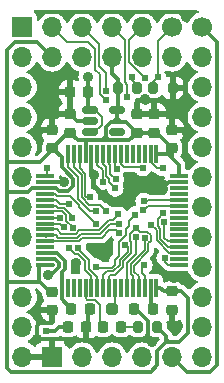
<source format=gbr>
%TF.GenerationSoftware,KiCad,Pcbnew,8.0.5*%
%TF.CreationDate,2025-07-03T08:28:17+01:00*%
%TF.ProjectId,sdrr rev e,73647272-2072-4657-9620-652e6b696361,rev?*%
%TF.SameCoordinates,Original*%
%TF.FileFunction,Copper,L1,Top*%
%TF.FilePolarity,Positive*%
%FSLAX46Y46*%
G04 Gerber Fmt 4.6, Leading zero omitted, Abs format (unit mm)*
G04 Created by KiCad (PCBNEW 8.0.5) date 2025-07-03 08:28:17*
%MOMM*%
%LPD*%
G01*
G04 APERTURE LIST*
G04 Aperture macros list*
%AMRoundRect*
0 Rectangle with rounded corners*
0 $1 Rounding radius*
0 $2 $3 $4 $5 $6 $7 $8 $9 X,Y pos of 4 corners*
0 Add a 4 corners polygon primitive as box body*
4,1,4,$2,$3,$4,$5,$6,$7,$8,$9,$2,$3,0*
0 Add four circle primitives for the rounded corners*
1,1,$1+$1,$2,$3*
1,1,$1+$1,$4,$5*
1,1,$1+$1,$6,$7*
1,1,$1+$1,$8,$9*
0 Add four rect primitives between the rounded corners*
20,1,$1+$1,$2,$3,$4,$5,0*
20,1,$1+$1,$4,$5,$6,$7,0*
20,1,$1+$1,$6,$7,$8,$9,0*
20,1,$1+$1,$8,$9,$2,$3,0*%
G04 Aperture macros list end*
%TA.AperFunction,SMDPad,CuDef*%
%ADD10RoundRect,0.200000X0.200000X0.275000X-0.200000X0.275000X-0.200000X-0.275000X0.200000X-0.275000X0*%
%TD*%
%TA.AperFunction,SMDPad,CuDef*%
%ADD11RoundRect,0.225000X0.225000X0.250000X-0.225000X0.250000X-0.225000X-0.250000X0.225000X-0.250000X0*%
%TD*%
%TA.AperFunction,SMDPad,CuDef*%
%ADD12RoundRect,0.225000X0.250000X-0.225000X0.250000X0.225000X-0.250000X0.225000X-0.250000X-0.225000X0*%
%TD*%
%TA.AperFunction,SMDPad,CuDef*%
%ADD13RoundRect,0.150000X-0.512500X-0.150000X0.512500X-0.150000X0.512500X0.150000X-0.512500X0.150000X0*%
%TD*%
%TA.AperFunction,SMDPad,CuDef*%
%ADD14RoundRect,0.250000X-0.250000X-0.250000X0.250000X-0.250000X0.250000X0.250000X-0.250000X0.250000X0*%
%TD*%
%TA.AperFunction,SMDPad,CuDef*%
%ADD15RoundRect,0.200000X-0.200000X-0.275000X0.200000X-0.275000X0.200000X0.275000X-0.200000X0.275000X0*%
%TD*%
%TA.AperFunction,SMDPad,CuDef*%
%ADD16RoundRect,0.225000X-0.250000X0.225000X-0.250000X-0.225000X0.250000X-0.225000X0.250000X0.225000X0*%
%TD*%
%TA.AperFunction,ComponentPad*%
%ADD17C,1.700000*%
%TD*%
%TA.AperFunction,ComponentPad*%
%ADD18O,1.700000X1.700000*%
%TD*%
%TA.AperFunction,ComponentPad*%
%ADD19R,1.700000X1.700000*%
%TD*%
%TA.AperFunction,SMDPad,CuDef*%
%ADD20RoundRect,0.225000X-0.225000X-0.250000X0.225000X-0.250000X0.225000X0.250000X-0.225000X0.250000X0*%
%TD*%
%TA.AperFunction,SMDPad,CuDef*%
%ADD21RoundRect,0.075000X-0.075000X0.700000X-0.075000X-0.700000X0.075000X-0.700000X0.075000X0.700000X0*%
%TD*%
%TA.AperFunction,SMDPad,CuDef*%
%ADD22RoundRect,0.075000X-0.700000X0.075000X-0.700000X-0.075000X0.700000X-0.075000X0.700000X0.075000X0*%
%TD*%
%TA.AperFunction,SMDPad,CuDef*%
%ADD23RoundRect,0.218750X-0.218750X-0.256250X0.218750X-0.256250X0.218750X0.256250X-0.218750X0.256250X0*%
%TD*%
%TA.AperFunction,ViaPad*%
%ADD24C,0.914400*%
%TD*%
%TA.AperFunction,ViaPad*%
%ADD25C,0.609600*%
%TD*%
%TA.AperFunction,Conductor*%
%ADD26C,0.304800*%
%TD*%
%TA.AperFunction,Conductor*%
%ADD27C,0.152400*%
%TD*%
G04 APERTURE END LIST*
D10*
%TO.P,R3,1*%
%TO.N,+3V3*%
X113042200Y-57124600D03*
%TO.P,R3,2*%
%TO.N,Net-(D1-A)*%
X111392200Y-57124600D03*
%TD*%
D11*
%TO.P,C1,1*%
%TO.N,+5V*%
X107201000Y-37236400D03*
%TO.P,C1,2*%
%TO.N,GND*%
X105651000Y-37236400D03*
%TD*%
D12*
%TO.P,C3,1*%
%TO.N,+3V3*%
X112801400Y-40678400D03*
%TO.P,C3,2*%
%TO.N,GND*%
X112801400Y-39128400D03*
%TD*%
%TO.P,C2,1*%
%TO.N,+3V3*%
X111302800Y-40678400D03*
%TO.P,C2,2*%
%TO.N,GND*%
X111302800Y-39128400D03*
%TD*%
D13*
%TO.P,U3,1,VIN*%
%TO.N,+5V*%
X107351400Y-38760400D03*
%TO.P,U3,2,GND*%
%TO.N,GND*%
X107351400Y-39710400D03*
%TO.P,U3,3,EN*%
%TO.N,+5V*%
X107351400Y-40660400D03*
%TO.P,U3,4,NC*%
%TO.N,unconnected-(U3-NC-Pad4)*%
X109626400Y-40660400D03*
%TO.P,U3,5,VOUT*%
%TO.N,+3V3*%
X109626400Y-38760400D03*
%TD*%
D14*
%TO.P,TP1,1,1*%
%TO.N,MCO*%
X109220000Y-55609800D03*
%TD*%
D11*
%TO.P,RC5,1*%
%TO.N,GND*%
X107023200Y-57150000D03*
%TO.P,RC5,2*%
%TO.N,Net-(RC5-Pad2)*%
X105473200Y-57150000D03*
%TD*%
D15*
%TO.P,R2,1*%
%TO.N,BOOT0*%
X112687600Y-36880800D03*
%TO.P,R2,2*%
%TO.N,GND*%
X114337600Y-36880800D03*
%TD*%
D12*
%TO.P,C7,1*%
%TO.N,+3V3*%
X104165400Y-41999200D03*
%TO.P,C7,2*%
%TO.N,GND*%
X104165400Y-40449200D03*
%TD*%
D16*
%TO.P,C6,1*%
%TO.N,+3V3*%
X114274600Y-54114400D03*
%TO.P,C6,2*%
%TO.N,GND*%
X114274600Y-55664400D03*
%TD*%
D17*
%TO.P,J2,1,Pin_1*%
%TO.N,BOOT0*%
X114300000Y-31750000D03*
D18*
%TO.P,J2,2,Pin_2*%
%TO.N,+3V3*%
X114300000Y-34290000D03*
%TO.P,J2,3,Pin_3*%
%TO.N,SEL3*%
X111760000Y-31750000D03*
%TO.P,J2,4,Pin_4*%
%TO.N,+3V3*%
X111760000Y-34290000D03*
%TO.P,J2,5,Pin_5*%
%TO.N,SEL2*%
X109220000Y-31750000D03*
%TO.P,J2,6,Pin_6*%
%TO.N,+3V3*%
X109220000Y-34290000D03*
%TO.P,J2,7,Pin_7*%
%TO.N,SEL1*%
X106680000Y-31750000D03*
%TO.P,J2,8,Pin_8*%
%TO.N,+3V3*%
X106680000Y-34290000D03*
%TO.P,J2,9,Pin_9*%
%TO.N,SEL0*%
X104140000Y-31750000D03*
%TO.P,J2,10,Pin_10*%
%TO.N,+3V3*%
X104140000Y-34290000D03*
%TD*%
D19*
%TO.P,U2,1,A7*%
%TO.N,A7*%
X101600000Y-31750000D03*
D18*
%TO.P,U2,2,A6*%
%TO.N,A6*%
X101600000Y-34290000D03*
%TO.P,U2,3,A5*%
%TO.N,A5*%
X101600000Y-36830000D03*
%TO.P,U2,4,A4*%
%TO.N,A4*%
X101600000Y-39370000D03*
%TO.P,U2,5,A3*%
%TO.N,A3*%
X101600000Y-41910000D03*
%TO.P,U2,6,A2*%
%TO.N,A2*%
X101600000Y-44450000D03*
%TO.P,U2,7,A1*%
%TO.N,A1*%
X101600000Y-46990000D03*
%TO.P,U2,8,A0*%
%TO.N,A0*%
X101600000Y-49530000D03*
%TO.P,U2,9,D0*%
%TO.N,D0*%
X101600000Y-52070000D03*
%TO.P,U2,10,D1*%
%TO.N,D1*%
X101600000Y-54610000D03*
%TO.P,U2,11,D2*%
%TO.N,D2*%
X101600000Y-57150000D03*
%TO.P,U2,12,GND*%
%TO.N,GND*%
X101600000Y-59690000D03*
%TO.P,U2,13,D3*%
%TO.N,D3*%
X116840000Y-59690000D03*
%TO.P,U2,14,D4*%
%TO.N,D4*%
X116840000Y-57150000D03*
%TO.P,U2,15,D5*%
%TO.N,D5*%
X116840000Y-54610000D03*
%TO.P,U2,16,D6*%
%TO.N,D6*%
X116840000Y-52070000D03*
%TO.P,U2,17,D7*%
%TO.N,D7*%
X116840000Y-49530000D03*
%TO.P,U2,18,A11*%
%TO.N,A11*%
X116840000Y-46990000D03*
%TO.P,U2,19,A10*%
%TO.N,A10*%
X116840000Y-44450000D03*
%TO.P,U2,20,~{CS}*%
%TO.N,CS1*%
X116840000Y-41910000D03*
%TO.P,U2,21,A12*%
%TO.N,A12*%
X116840000Y-39370000D03*
%TO.P,U2,22,A9*%
%TO.N,A9*%
X116840000Y-36830000D03*
%TO.P,U2,23,A8*%
%TO.N,A8*%
X116840000Y-34290000D03*
D17*
%TO.P,U2,24,VCC*%
%TO.N,+5V*%
X116840000Y-31750000D03*
%TD*%
D20*
%TO.P,RC4,1*%
%TO.N,GND*%
X111112000Y-55600600D03*
%TO.P,RC4,2*%
%TO.N,Net-(RC4-Pad2)*%
X112662000Y-55600600D03*
%TD*%
D21*
%TO.P,U1,1,VBAT*%
%TO.N,+3V3*%
X112970000Y-42458000D03*
%TO.P,U1,2,PC13*%
%TO.N,A9*%
X112470000Y-42458000D03*
%TO.P,U1,3,PC14*%
%TO.N,unconnected-(U1-PC14-Pad3)*%
X111970000Y-42458000D03*
%TO.P,U1,4,PC15*%
%TO.N,unconnected-(U1-PC15-Pad4)*%
X111470000Y-42458000D03*
%TO.P,U1,5,PH0*%
%TO.N,unconnected-(U1-PH0-Pad5)*%
X110970000Y-42458000D03*
%TO.P,U1,6,PH1*%
%TO.N,unconnected-(U1-PH1-Pad6)*%
X110470000Y-42458000D03*
%TO.P,U1,7,NRST*%
%TO.N,NRST*%
X109970000Y-42458000D03*
%TO.P,U1,8,PC0*%
%TO.N,A7*%
X109470000Y-42458000D03*
%TO.P,U1,9,PC1*%
%TO.N,A6*%
X108970000Y-42458000D03*
%TO.P,U1,10,PC2*%
%TO.N,A5*%
X108470000Y-42458000D03*
%TO.P,U1,11,PC3*%
%TO.N,A4*%
X107970000Y-42458000D03*
%TO.P,U1,12,VSSA*%
%TO.N,GND*%
X107470000Y-42458000D03*
%TO.P,U1,13,VDDA*%
%TO.N,+3V3*%
X106970000Y-42458000D03*
%TO.P,U1,14,PA0*%
%TO.N,D7*%
X106470000Y-42458000D03*
%TO.P,U1,15,PA1*%
%TO.N,D6*%
X105970000Y-42458000D03*
%TO.P,U1,16,PA2*%
%TO.N,D5*%
X105470000Y-42458000D03*
D22*
%TO.P,U1,17,PA3*%
%TO.N,D4*%
X103545000Y-44383000D03*
%TO.P,U1,18,VSS*%
%TO.N,GND*%
X103545000Y-44883000D03*
%TO.P,U1,19,VDD*%
%TO.N,+3V3*%
X103545000Y-45383000D03*
%TO.P,U1,20,PA4*%
%TO.N,D3*%
X103545000Y-45883000D03*
%TO.P,U1,21,PA5*%
%TO.N,D2*%
X103545000Y-46383000D03*
%TO.P,U1,22,PA6*%
%TO.N,D1*%
X103545000Y-46883000D03*
%TO.P,U1,23,PA7*%
%TO.N,D0*%
X103545000Y-47383000D03*
%TO.P,U1,24,PC4*%
%TO.N,A1*%
X103545000Y-47883000D03*
%TO.P,U1,25,PC5*%
%TO.N,A0*%
X103545000Y-48383000D03*
%TO.P,U1,26,PB0*%
%TO.N,SEL0*%
X103545000Y-48883000D03*
%TO.P,U1,27,PB1*%
%TO.N,SEL1*%
X103545000Y-49383000D03*
%TO.P,U1,28,PB2*%
%TO.N,SEL2*%
X103545000Y-49883000D03*
%TO.P,U1,29,PB10*%
%TO.N,unconnected-(U1-PB10-Pad29)*%
X103545000Y-50383000D03*
%TO.P,U1,30,VCAP1*%
%TO.N,Net-(U1-VCAP1)*%
X103545000Y-50883000D03*
%TO.P,U1,31,VSS*%
%TO.N,Net-(RC5-Pad2)*%
X103545000Y-51383000D03*
%TO.P,U1,32,VDD*%
%TO.N,+3V3*%
X103545000Y-51883000D03*
D21*
%TO.P,U1,33,PB12*%
%TO.N,unconnected-(U1-PB12-Pad33)*%
X105470000Y-53808000D03*
%TO.P,U1,34,PB13*%
%TO.N,unconnected-(U1-PB13-Pad34)*%
X105970000Y-53808000D03*
%TO.P,U1,35,PB14*%
%TO.N,unconnected-(U1-PB14-Pad35)*%
X106470000Y-53808000D03*
%TO.P,U1,36,PB15*%
%TO.N,LED0*%
X106970000Y-53808000D03*
%TO.P,U1,37,PC6*%
%TO.N,A2*%
X107470000Y-53808000D03*
%TO.P,U1,38,PC7*%
%TO.N,A3*%
X107970000Y-53808000D03*
%TO.P,U1,39,PC8*%
%TO.N,A8*%
X108470000Y-53808000D03*
%TO.P,U1,40,PC9*%
%TO.N,A12*%
X108970000Y-53808000D03*
%TO.P,U1,41,PA8*%
%TO.N,MCO*%
X109470000Y-53808000D03*
%TO.P,U1,42,PA9*%
%TO.N,unconnected-(U1-PA9-Pad42)*%
X109970000Y-53808000D03*
%TO.P,U1,43,PA10*%
%TO.N,CS1*%
X110470000Y-53808000D03*
%TO.P,U1,44,PA11*%
%TO.N,A11*%
X110970000Y-53808000D03*
%TO.P,U1,45,PA12*%
%TO.N,A12*%
X111470000Y-53808000D03*
%TO.P,U1,46,PA13*%
%TO.N,SWDIO*%
X111970000Y-53808000D03*
%TO.P,U1,47,VSS*%
%TO.N,Net-(RC4-Pad2)*%
X112470000Y-53808000D03*
%TO.P,U1,48,VDD*%
%TO.N,+3V3*%
X112970000Y-53808000D03*
D22*
%TO.P,U1,49,PA14*%
%TO.N,SWCLK*%
X114895000Y-51883000D03*
%TO.P,U1,50,PA15*%
%TO.N,unconnected-(U1-PA15-Pad50)*%
X114895000Y-51383000D03*
%TO.P,U1,51,PC10*%
%TO.N,CS1*%
X114895000Y-50883000D03*
%TO.P,U1,52,PC11*%
%TO.N,A10*%
X114895000Y-50383000D03*
%TO.P,U1,53,PC12*%
%TO.N,A11*%
X114895000Y-49883000D03*
%TO.P,U1,54,PD2*%
%TO.N,unconnected-(U1-PD2-Pad54)*%
X114895000Y-49383000D03*
%TO.P,U1,55,PB3*%
%TO.N,unconnected-(U1-PB3-Pad55)*%
X114895000Y-48883000D03*
%TO.P,U1,56,PB4*%
%TO.N,unconnected-(U1-PB4-Pad56)*%
X114895000Y-48383000D03*
%TO.P,U1,57,PB5*%
%TO.N,unconnected-(U1-PB5-Pad57)*%
X114895000Y-47883000D03*
%TO.P,U1,58,PB6*%
%TO.N,unconnected-(U1-PB6-Pad58)*%
X114895000Y-47383000D03*
%TO.P,U1,59,PB7*%
%TO.N,SEL3*%
X114895000Y-46883000D03*
%TO.P,U1,60,BOOT0*%
%TO.N,BOOT0*%
X114895000Y-46383000D03*
%TO.P,U1,61,PB8*%
%TO.N,unconnected-(U1-PB8-Pad61)*%
X114895000Y-45883000D03*
%TO.P,U1,62,PB9*%
%TO.N,unconnected-(U1-PB9-Pad62)*%
X114895000Y-45383000D03*
%TO.P,U1,63,VSS*%
%TO.N,GND*%
X114895000Y-44883000D03*
%TO.P,U1,64,VDD*%
%TO.N,+3V3*%
X114895000Y-44383000D03*
%TD*%
D16*
%TO.P,C4,1*%
%TO.N,+3V3*%
X104165400Y-54139800D03*
%TO.P,C4,2*%
%TO.N,GND*%
X104165400Y-55689800D03*
%TD*%
D12*
%TO.P,C5,1*%
%TO.N,+3V3*%
X105664000Y-40678400D03*
%TO.P,C5,2*%
%TO.N,GND*%
X105664000Y-39128400D03*
%TD*%
D20*
%TO.P,C9,1*%
%TO.N,Net-(U1-VCAP1)*%
X105778000Y-55600600D03*
%TO.P,C9,2*%
%TO.N,GND*%
X107328000Y-55600600D03*
%TD*%
D19*
%TO.P,J1,1,Pin_1*%
%TO.N,GND*%
X104140000Y-59690000D03*
D18*
%TO.P,J1,2,Pin_2*%
%TO.N,NRST*%
X106680000Y-59690000D03*
%TO.P,J1,3,Pin_3*%
%TO.N,SWDIO*%
X109220000Y-59690000D03*
%TO.P,J1,4,Pin_4*%
%TO.N,SWCLK*%
X111760000Y-59690000D03*
%TO.P,J1,5,Pin_5*%
%TO.N,+5V*%
X114300000Y-59690000D03*
%TD*%
D23*
%TO.P,D1,1,K*%
%TO.N,LED0*%
X108432500Y-57124600D03*
%TO.P,D1,2,A*%
%TO.N,Net-(D1-A)*%
X110007500Y-57124600D03*
%TD*%
D12*
%TO.P,C8,1*%
%TO.N,+3V3*%
X114300000Y-41999200D03*
%TO.P,C8,2*%
%TO.N,GND*%
X114300000Y-40449200D03*
%TD*%
D15*
%TO.P,R1,1*%
%TO.N,+3V3*%
X109690400Y-36880800D03*
%TO.P,R1,2*%
%TO.N,NRST*%
X111340400Y-36880800D03*
%TD*%
D24*
%TO.N,GND*%
X102819200Y-58191400D03*
X114833400Y-57073800D03*
X114808000Y-38354000D03*
X115544600Y-40741600D03*
X107810194Y-50611071D03*
X112618184Y-58389184D03*
X114427000Y-52984400D03*
X105180251Y-44907200D03*
X103835200Y-36042600D03*
X107924600Y-58420000D03*
X107670600Y-44246800D03*
X106121200Y-51714400D03*
X110718600Y-58420000D03*
X105587800Y-58420000D03*
X102920800Y-40665400D03*
X112039400Y-37846000D03*
X113511090Y-45494377D03*
X115506500Y-30873700D03*
%TO.N,+5V*%
X107201000Y-35966400D03*
D25*
%TO.N,NRST*%
X110871000Y-36017200D03*
X107818797Y-52023403D03*
X111810800Y-43683701D03*
X111150400Y-47618238D03*
%TO.N,SWCLK*%
X113663155Y-51282600D03*
%TO.N,SWDIO*%
X111951178Y-51892200D03*
%TO.N,SEL1*%
X108687460Y-37160650D03*
X109829317Y-48396859D03*
%TO.N,A2*%
X105562400Y-50416400D03*
%TO.N,SEL0*%
X109756301Y-47570191D03*
X108661200Y-37922200D03*
%TO.N,SEL2*%
X110515400Y-37668200D03*
X109829317Y-49158862D03*
%TO.N,BOOT0*%
X113080800Y-35966400D03*
X111887000Y-46456600D03*
%TO.N,A0*%
X105105954Y-48700212D03*
%TO.N,A8*%
X110305503Y-50191361D03*
%TO.N,D1*%
X105841799Y-47914643D03*
%TO.N,D4*%
X103682800Y-43688000D03*
%TO.N,A11*%
X111981929Y-49606200D03*
X113647535Y-48265266D03*
%TO.N,D2*%
X105579768Y-46744032D03*
%TO.N,A12*%
X111226600Y-48743570D03*
%TO.N,D5*%
X107848400Y-47343671D03*
%TO.N,D6*%
X108677992Y-47329403D03*
%TO.N,A9*%
X113487200Y-43680213D03*
%TO.N,A4*%
X108454101Y-44844843D03*
%TO.N,D3*%
X107848117Y-48439265D03*
%TO.N,A3*%
X106356754Y-50416400D03*
%TO.N,A1*%
X104775000Y-47879000D03*
%TO.N,D7*%
X107323962Y-46117438D03*
%TO.N,A7*%
X109599578Y-43729719D03*
%TO.N,A5*%
X109495910Y-45413266D03*
%TO.N,A10*%
X113564109Y-47507844D03*
%TO.N,CS1*%
X112527901Y-48519901D03*
X111226600Y-49505573D03*
%TO.N,D0*%
X105866917Y-48740000D03*
%TO.N,A6*%
X109550200Y-44653200D03*
D24*
%TO.N,Net-(RC5-Pad2)*%
X103809800Y-52737412D03*
D25*
X103606600Y-57480200D03*
%TO.N,SEL3*%
X111860694Y-47218148D03*
X112014000Y-36054400D03*
%TD*%
D26*
%TO.N,Net-(U1-VCAP1)*%
X104978200Y-52527200D02*
X104978200Y-54784600D01*
X103545000Y-50883000D02*
X104541757Y-50883000D01*
X105778000Y-55584400D02*
X105600200Y-55762200D01*
X105232200Y-51573443D02*
X105232200Y-52273200D01*
X104978200Y-54784600D02*
X105778000Y-55584400D01*
X104541757Y-50883000D02*
X105232200Y-51573443D01*
X105232200Y-52273200D02*
X104978200Y-52527200D01*
%TO.N,GND*%
X111112000Y-55600600D02*
X111201200Y-55600600D01*
X113511090Y-45494377D02*
X113511090Y-45416710D01*
X115112800Y-30480000D02*
X114757200Y-30480000D01*
X115417600Y-30784800D02*
X115112800Y-30480000D01*
X112242600Y-56642000D02*
X112242600Y-58013600D01*
X104724200Y-44881800D02*
X104723000Y-44883000D01*
X107351400Y-39710400D02*
X106246000Y-39710400D01*
X105156051Y-44883000D02*
X105180251Y-44907200D01*
X107470000Y-44046200D02*
X107470000Y-42458000D01*
X107670600Y-44246800D02*
X107470000Y-44046200D01*
X105156051Y-44883000D02*
X104571800Y-44883000D01*
X102819200Y-58191400D02*
X102819200Y-57099200D01*
X107467400Y-42460600D02*
X107470000Y-42458000D01*
X106246000Y-39710400D02*
X105664000Y-39128400D01*
X113511090Y-45416710D02*
X114044800Y-44883000D01*
X103545000Y-44883000D02*
X105156051Y-44883000D01*
X107328000Y-55600600D02*
X107188000Y-55740600D01*
X108712000Y-46355000D02*
X109194600Y-46837600D01*
X111201200Y-55600600D02*
X112242600Y-56642000D01*
X103545000Y-44883000D02*
X104571800Y-44883000D01*
X102819200Y-58191400D02*
X104089200Y-58191400D01*
X102819200Y-57099200D02*
X103124000Y-56794400D01*
X103124000Y-56794400D02*
X103987600Y-56794400D01*
X108712000Y-46177200D02*
X108712000Y-46355000D01*
X103352600Y-30480000D02*
X103022400Y-30810200D01*
X103987600Y-56794400D02*
X104140000Y-56642000D01*
X112242600Y-58013600D02*
X112618184Y-58389184D01*
X109194600Y-46837600D02*
X110058200Y-46837600D01*
X104571800Y-44883000D02*
X104723000Y-44883000D01*
X114044800Y-44883000D02*
X114895000Y-44883000D01*
X107188000Y-55740600D02*
X107188000Y-56985200D01*
X114757200Y-30480000D02*
X103352600Y-30480000D01*
X107188000Y-56985200D02*
X107023200Y-57150000D01*
X107670600Y-44246800D02*
X107670600Y-45135800D01*
X107670600Y-45135800D02*
X108712000Y-46177200D01*
X110058200Y-46837600D02*
X110413800Y-46482000D01*
D27*
%TO.N,+5V*%
X108331000Y-40030400D02*
X108331000Y-39420800D01*
X108331000Y-39420800D02*
X108331000Y-39344600D01*
D26*
X116840000Y-31750000D02*
X118106600Y-33016600D01*
X118106600Y-33016600D02*
X118106600Y-60379200D01*
X107201000Y-35966400D02*
X107201000Y-37236400D01*
D27*
X107746800Y-38760400D02*
X107351400Y-38760400D01*
D26*
X118106600Y-60379200D02*
X117525800Y-60960000D01*
X107348800Y-38763000D02*
X107351400Y-38760400D01*
D27*
X107351400Y-40660400D02*
X107701000Y-40660400D01*
D26*
X115570000Y-60960000D02*
X114300000Y-59690000D01*
D27*
X108331000Y-39344600D02*
X107746800Y-38760400D01*
D26*
X107370800Y-40660400D02*
X107467400Y-40563800D01*
D27*
X107701000Y-40660400D02*
X108331000Y-40030400D01*
D26*
X107201000Y-37236400D02*
X107201000Y-38610000D01*
X117525800Y-60960000D02*
X115570000Y-60960000D01*
X107201000Y-38610000D02*
X107351400Y-38760400D01*
X107351400Y-40660400D02*
X107370800Y-40660400D01*
%TO.N,+3V3*%
X102260400Y-33020000D02*
X100965000Y-33020000D01*
X113933600Y-42458000D02*
X114300000Y-42824400D01*
X105219500Y-43853100D02*
X105942251Y-44575851D01*
X109093000Y-39801800D02*
X108659100Y-40235700D01*
X109690400Y-36880800D02*
X109690400Y-38696400D01*
X113792000Y-58115200D02*
X113792000Y-58166000D01*
X104749600Y-45669200D02*
X104463400Y-45383000D01*
X111048800Y-40424400D02*
X111289800Y-40665400D01*
X113792000Y-58420000D02*
X113030000Y-59182000D01*
X112839800Y-40665400D02*
X112839800Y-40653000D01*
X104165400Y-42166600D02*
X103152000Y-43180000D01*
X109321600Y-39801800D02*
X109093000Y-39801800D01*
X114300000Y-41999200D02*
X114300000Y-42824400D01*
X104463400Y-45383000D02*
X103545000Y-45383000D01*
X104940100Y-43573700D02*
X105219500Y-43853100D01*
X112970000Y-42458000D02*
X113841200Y-42458000D01*
X115620800Y-54660800D02*
X115620800Y-57658000D01*
X108637900Y-41018900D02*
X108331000Y-41325800D01*
X112471200Y-60960000D02*
X100685600Y-60960000D01*
X105942251Y-45222831D02*
X105495882Y-45669200D01*
X112970000Y-53808000D02*
X113294800Y-53808000D01*
X102260400Y-33020000D02*
X102870000Y-33020000D01*
X113030000Y-59182000D02*
X113030000Y-60401200D01*
X109690400Y-36182800D02*
X109220000Y-35712400D01*
X103047800Y-53263800D02*
X103339900Y-53555900D01*
X103545000Y-51883000D02*
X103494169Y-51883000D01*
X104165400Y-41999200D02*
X104165400Y-42011600D01*
X115074400Y-54114400D02*
X115620800Y-54660800D01*
X109220000Y-34290000D02*
X109220000Y-35712400D01*
X113030000Y-60401200D02*
X112471200Y-60960000D01*
X113042200Y-57124600D02*
X113792000Y-57874400D01*
X104050800Y-54266800D02*
X103339900Y-53555900D01*
X109931200Y-39801800D02*
X110426200Y-39801800D01*
X108991400Y-41325800D02*
X107391200Y-41325800D01*
X108966000Y-41325800D02*
X108991400Y-41325800D01*
X106311400Y-41325800D02*
X105664000Y-40678400D01*
X112979200Y-40678400D02*
X114300000Y-41999200D01*
X111302800Y-40678400D02*
X112801400Y-40678400D01*
X103047800Y-51883198D02*
X103047800Y-52552600D01*
X103545000Y-45383000D02*
X102470400Y-45383000D01*
X109194600Y-41325800D02*
X108991400Y-41325800D01*
X103047800Y-52552600D02*
X103047800Y-53263800D01*
X112839800Y-40550800D02*
X112839800Y-40665400D01*
X103152000Y-43180000D02*
X100330000Y-43180000D01*
X107391200Y-41325800D02*
X107137200Y-41325800D01*
X100330000Y-53314600D02*
X102997000Y-53314600D01*
X114858800Y-58420000D02*
X114046000Y-58420000D01*
X100330000Y-60604400D02*
X100330000Y-53314600D01*
X102133400Y-45720000D02*
X100330000Y-45720000D01*
X102870000Y-33020000D02*
X104140000Y-34290000D01*
X114960400Y-44317600D02*
X114895000Y-44383000D01*
X109194600Y-41325800D02*
X110655400Y-41325800D01*
X109690400Y-36880800D02*
X109690400Y-36182800D01*
X112801400Y-40678400D02*
X112979200Y-40678400D01*
X105486200Y-40678400D02*
X104165400Y-41999200D01*
X113601200Y-54114400D02*
X114274600Y-54114400D01*
X100330000Y-33655000D02*
X100330000Y-43434000D01*
X109626400Y-39497000D02*
X109931200Y-39801800D01*
X104165400Y-42011600D02*
X104940100Y-42786300D01*
X109626400Y-39497000D02*
X109321600Y-39801800D01*
X113792000Y-57874400D02*
X113792000Y-58115200D01*
X100685600Y-60960000D02*
X100330000Y-60604400D01*
X114046000Y-58420000D02*
X113792000Y-58420000D01*
X102997000Y-53314600D02*
X103047800Y-53263800D01*
X110655400Y-41325800D02*
X111302800Y-40678400D01*
X113841200Y-42458000D02*
X114300000Y-41999200D01*
X105495882Y-45669200D02*
X104749600Y-45669200D01*
X113294800Y-53808000D02*
X113601200Y-54114400D01*
X109626400Y-38760400D02*
X109626400Y-39319200D01*
X103606600Y-53822600D02*
X103339900Y-53555900D01*
X102470400Y-45383000D02*
X102133400Y-45720000D01*
X106970000Y-41493000D02*
X106970000Y-42458000D01*
X108659100Y-41018900D02*
X108966000Y-41325800D01*
X107137200Y-41325800D02*
X106970000Y-41493000D01*
X109690400Y-38696400D02*
X109626400Y-38760400D01*
X104165400Y-54266800D02*
X104050800Y-54266800D01*
X109194600Y-41325800D02*
X108331000Y-41325800D01*
X100330000Y-43180000D02*
X100330000Y-43434000D01*
X104165400Y-41999200D02*
X104165400Y-42166600D01*
X108659100Y-40235700D02*
X108659100Y-41018900D01*
X100330000Y-43434000D02*
X100330000Y-45720000D01*
X114895000Y-43419400D02*
X114895000Y-44383000D01*
X113792000Y-58115200D02*
X113792000Y-58420000D01*
X100330000Y-45720000D02*
X100330000Y-53314600D01*
X108659100Y-41018900D02*
X108637900Y-41018900D01*
X115620800Y-57658000D02*
X114858800Y-58420000D01*
X107391200Y-41325800D02*
X106311400Y-41325800D01*
X112839800Y-40665400D02*
X112970000Y-40795600D01*
X110426200Y-39801800D02*
X111302800Y-40678400D01*
X100965000Y-33020000D02*
X100330000Y-33655000D01*
X104248601Y-51883000D02*
X103545000Y-51883000D01*
X113841200Y-42458000D02*
X113933600Y-42458000D01*
X105664000Y-40678400D02*
X105486200Y-40678400D01*
X114300000Y-42824400D02*
X114895000Y-43419400D01*
X113792000Y-58166000D02*
X114046000Y-58420000D01*
X105942251Y-44575851D02*
X105942251Y-45222831D01*
X109626400Y-39319200D02*
X109626400Y-39497000D01*
X114274600Y-54114400D02*
X115074400Y-54114400D01*
X104940100Y-42786300D02*
X104940100Y-43573700D01*
X109931200Y-39801800D02*
X109321600Y-39801800D01*
D27*
%TO.N,NRST*%
X111810800Y-43683701D02*
X111713499Y-43586400D01*
X109194600Y-52120800D02*
X109423200Y-51892200D01*
X110210600Y-43586400D02*
X109970000Y-43345800D01*
X109970000Y-43345800D02*
X109970000Y-42458000D01*
X110871000Y-36245800D02*
X111340400Y-36715200D01*
X110388400Y-48869600D02*
X110629700Y-48628300D01*
X107818797Y-52023403D02*
X107916194Y-52120800D01*
X111713499Y-43586400D02*
X110210600Y-43586400D01*
X109767222Y-51118622D02*
X109767222Y-49975300D01*
X110186161Y-49556361D02*
X110388400Y-49354121D01*
X107916194Y-52120800D02*
X109194600Y-52120800D01*
X110388400Y-49354121D02*
X110388400Y-48869600D01*
X109423200Y-51892200D02*
X109423200Y-51462644D01*
X110629700Y-48138938D02*
X111150400Y-47618238D01*
X110629700Y-48628300D02*
X110629700Y-48138938D01*
X109767222Y-49975300D02*
X110186161Y-49556361D01*
X109423200Y-51462644D02*
X109767222Y-51118622D01*
X110871000Y-36017200D02*
X110871000Y-36245800D01*
X111340400Y-36715200D02*
X111340400Y-36880800D01*
%TO.N,SWCLK*%
X114895000Y-51883000D02*
X113935200Y-51883000D01*
X113935200Y-51883000D02*
X113663155Y-51610955D01*
X113663155Y-51610955D02*
X113663155Y-51282600D01*
%TO.N,SWDIO*%
X111951178Y-51892200D02*
X111734600Y-52108778D01*
X111970000Y-52825200D02*
X111970000Y-53808000D01*
X111734600Y-52108778D02*
X111734600Y-52589800D01*
X111734600Y-52589800D02*
X111970000Y-52825200D01*
%TO.N,SEL1*%
X109075917Y-48396859D02*
X108195311Y-49277465D01*
X108195311Y-49277465D02*
X106550787Y-49277465D01*
X103545000Y-49383000D02*
X103643913Y-49481913D01*
X108102400Y-35080571D02*
X108102400Y-33172400D01*
X104424800Y-49383000D02*
X103545000Y-49383000D01*
X108102400Y-33172400D02*
X106680000Y-31750000D01*
X109829317Y-48396859D02*
X109075917Y-48396859D01*
X104620000Y-49578200D02*
X104424800Y-49383000D01*
X106550787Y-49277465D02*
X106250052Y-49578200D01*
X108687460Y-35665631D02*
X108102400Y-35080571D01*
X106250052Y-49578200D02*
X104620000Y-49578200D01*
X108687460Y-37160650D02*
X108687460Y-35665631D01*
%TO.N,A2*%
X106934000Y-51557332D02*
X106934000Y-52324000D01*
X107470000Y-52860000D02*
X107470000Y-53808000D01*
X106934000Y-52324000D02*
X107470000Y-52860000D01*
X106326468Y-50949800D02*
X106934000Y-51557332D01*
X105562400Y-50416400D02*
X106095800Y-50949800D01*
X106095800Y-50949800D02*
X106326468Y-50949800D01*
%TO.N,SEL0*%
X106123800Y-49273400D02*
X104924800Y-49273400D01*
X109756301Y-47622099D02*
X109286341Y-48092059D01*
X107797600Y-35348212D02*
X108153200Y-35703812D01*
X108949665Y-48092059D02*
X108069059Y-48972665D01*
X104534400Y-48883000D02*
X103545000Y-48883000D01*
X107797600Y-33629600D02*
X107797600Y-35348212D01*
X107188000Y-33020000D02*
X107797600Y-33629600D01*
X109286341Y-48092059D02*
X108949665Y-48092059D01*
X109756301Y-47570191D02*
X109756301Y-47622099D01*
X106424535Y-48972665D02*
X106123800Y-49273400D01*
X108153200Y-35703812D02*
X108153200Y-37414200D01*
X105410000Y-33020000D02*
X107188000Y-33020000D01*
X108153200Y-37414200D02*
X108661200Y-37922200D01*
X108069059Y-48972665D02*
X106424535Y-48972665D01*
X104140000Y-31750000D02*
X105410000Y-33020000D01*
X104924800Y-49273400D02*
X104534400Y-48883000D01*
%TO.N,SEL2*%
X110515400Y-37668200D02*
X110515400Y-36619126D01*
X110298600Y-32828600D02*
X109220000Y-31750000D01*
X106376304Y-49883000D02*
X103545000Y-49883000D01*
X109829317Y-49158862D02*
X109583166Y-48912711D01*
X110298600Y-34137600D02*
X110298600Y-32828600D01*
X109583166Y-48912711D02*
X108991117Y-48912711D01*
X108321563Y-49582265D02*
X106677039Y-49582265D01*
X106677039Y-49582265D02*
X106376304Y-49883000D01*
X110515400Y-36619126D02*
X110298600Y-36402326D01*
X108991117Y-48912711D02*
X108321563Y-49582265D01*
X110298600Y-36402326D02*
X110298600Y-34137600D01*
%TO.N,BOOT0*%
X113080800Y-32969200D02*
X114300000Y-31750000D01*
X113080800Y-35966400D02*
X113080800Y-32969200D01*
X113080800Y-35966400D02*
X112687600Y-36359600D01*
X112251553Y-46383000D02*
X114895000Y-46383000D01*
X111887000Y-46456600D02*
X112177953Y-46456600D01*
X112177953Y-46456600D02*
X112251553Y-46383000D01*
X112687600Y-36359600D02*
X112687600Y-36880800D01*
%TO.N,A0*%
X103574400Y-48412400D02*
X103545000Y-48383000D01*
X104818142Y-48412400D02*
X103574400Y-48412400D01*
X105105954Y-48700212D02*
X104818142Y-48412400D01*
%TO.N,A8*%
X109860400Y-51456496D02*
X110534103Y-50782793D01*
X110534103Y-50336103D02*
X110389361Y-50191361D01*
X108470000Y-52743800D02*
X108788200Y-52425600D01*
X110389361Y-50191361D02*
X110305503Y-50191361D01*
X109320852Y-52425600D02*
X109860400Y-51886052D01*
X110534103Y-50782793D02*
X110534103Y-50336103D01*
X108788200Y-52425600D02*
X109320852Y-52425600D01*
X108470000Y-53808000D02*
X108470000Y-52743800D01*
X109860400Y-51886052D02*
X109860400Y-51456496D01*
%TO.N,D1*%
X104490200Y-46883000D02*
X104648000Y-47040800D01*
X103545000Y-46883000D02*
X104490200Y-46883000D01*
X105841799Y-47760405D02*
X105841799Y-47914643D01*
X105122194Y-47040800D02*
X105841799Y-47760405D01*
X104648000Y-47040800D02*
X105122194Y-47040800D01*
%TO.N,D4*%
X103682800Y-43688000D02*
X103682800Y-44245200D01*
X103682800Y-44245200D02*
X103545000Y-44383000D01*
%TO.N,A11*%
X110774800Y-51835252D02*
X110774800Y-52659600D01*
X113647535Y-48265266D02*
X113647535Y-49614135D01*
X113647535Y-49614135D02*
X113916400Y-49883000D01*
X111981929Y-50628123D02*
X110774800Y-51835252D01*
X110774800Y-52659600D02*
X110970000Y-52854800D01*
X110970000Y-52854800D02*
X110970000Y-53808000D01*
X113916400Y-49883000D02*
X114895000Y-49883000D01*
X111981929Y-49606200D02*
X111981929Y-50628123D01*
%TO.N,D2*%
X105248446Y-46736000D02*
X104825800Y-46736000D01*
X105579768Y-46744032D02*
X105256478Y-46744032D01*
X104472800Y-46383000D02*
X103545000Y-46383000D01*
X105256478Y-46744032D02*
X105248446Y-46736000D01*
X104825800Y-46736000D02*
X104472800Y-46383000D01*
%TO.N,A12*%
X108970000Y-53808000D02*
X108970000Y-52853400D01*
X112293400Y-50049071D02*
X112293400Y-50747704D01*
X112202871Y-49072800D02*
X112515329Y-49385258D01*
X110165200Y-51582374D02*
X110838903Y-50908671D01*
X110838903Y-49970419D02*
X110693200Y-49824716D01*
X112515329Y-49827142D02*
X112293400Y-50049071D01*
X110838903Y-50908671D02*
X110838903Y-49970419D01*
X111555830Y-49072800D02*
X112202871Y-49072800D01*
X111079600Y-52456400D02*
X111470000Y-52846800D01*
X111225630Y-48743570D02*
X111226600Y-48743570D01*
X111226600Y-48743570D02*
X111555830Y-49072800D01*
X110693200Y-49824716D02*
X110693200Y-49276000D01*
X111079600Y-51961504D02*
X111079600Y-52456400D01*
X112293400Y-50747704D02*
X111079600Y-51961504D01*
X110693200Y-49276000D02*
X111225630Y-48743570D01*
X109093000Y-52730400D02*
X109499400Y-52730400D01*
X108970000Y-52853400D02*
X109093000Y-52730400D01*
X109499400Y-52730400D02*
X110165200Y-52064600D01*
X110165200Y-52064600D02*
X110165200Y-51582374D01*
X112515329Y-49385258D02*
X112515329Y-49827142D01*
X111470000Y-52846800D02*
X111470000Y-53808000D01*
%TO.N,D5*%
X106323251Y-46302121D02*
X107364801Y-47343671D01*
X107364801Y-47343671D02*
X107848400Y-47343671D01*
X105470000Y-42458000D02*
X105470000Y-43564784D01*
X105470000Y-43564784D02*
X106323251Y-44418035D01*
X106323251Y-44418035D02*
X106323251Y-46302121D01*
%TO.N,D6*%
X108158860Y-46810271D02*
X107262453Y-46810271D01*
X107262453Y-46810271D02*
X106628051Y-46175869D01*
X106628051Y-46175869D02*
X106628051Y-44291783D01*
X106628051Y-44291783D02*
X105970000Y-43633732D01*
X108677992Y-47329403D02*
X108158860Y-46810271D01*
X105970000Y-43633732D02*
X105970000Y-42458000D01*
%TO.N,A9*%
X113487200Y-43680213D02*
X112985779Y-43680213D01*
X112470000Y-43164434D02*
X112470000Y-42458000D01*
X112985779Y-43680213D02*
X112470000Y-43164434D01*
%TO.N,A4*%
X108407200Y-44474652D02*
X108407200Y-43891200D01*
X107970000Y-43454000D02*
X107970000Y-42458000D01*
X108407200Y-43891200D02*
X107970000Y-43454000D01*
X108454101Y-44521553D02*
X108407200Y-44474652D01*
X108454101Y-44844843D02*
X108454101Y-44521553D01*
%TO.N,D3*%
X103545000Y-45883000D02*
X104403852Y-45883000D01*
X107848117Y-48437517D02*
X107848117Y-48439265D01*
X105640278Y-46050200D02*
X106405268Y-46815190D01*
X104403852Y-45883000D02*
X104571052Y-46050200D01*
X104571052Y-46050200D02*
X105640278Y-46050200D01*
X106405268Y-46994668D02*
X107848117Y-48437517D01*
X106405268Y-46815190D02*
X106405268Y-46994668D01*
%TO.N,MCO*%
X109470000Y-55359800D02*
X109220000Y-55609800D01*
X109470000Y-53808000D02*
X109470000Y-55359800D01*
%TO.N,A3*%
X107970000Y-52928948D02*
X107238800Y-52197748D01*
X107238800Y-52197748D02*
X107238800Y-51431080D01*
X106356754Y-50549034D02*
X106356754Y-50416400D01*
X107970000Y-53808000D02*
X107970000Y-52928948D01*
X107238800Y-51431080D02*
X106356754Y-50549034D01*
%TO.N,A1*%
X103545000Y-47883000D02*
X104771000Y-47883000D01*
X104771000Y-47883000D02*
X104775000Y-47879000D01*
%TO.N,D7*%
X107323962Y-46117438D02*
X107000672Y-46117438D01*
X107000672Y-46117438D02*
X106932851Y-46049617D01*
X106470000Y-43702680D02*
X106470000Y-42458000D01*
X106932851Y-46049617D02*
X106932851Y-44165531D01*
X106932851Y-44165531D02*
X106470000Y-43702680D01*
%TO.N,A7*%
X109470000Y-43600141D02*
X109470000Y-42458000D01*
X109599578Y-43729719D02*
X109470000Y-43600141D01*
%TO.N,A5*%
X108470000Y-43369800D02*
X108712000Y-43611800D01*
X108989978Y-44907334D02*
X109495910Y-45413266D01*
X108989978Y-44626378D02*
X108989978Y-44907334D01*
X108712000Y-44348400D02*
X108989978Y-44626378D01*
X108470000Y-42458000D02*
X108470000Y-43369800D01*
X108712000Y-43611800D02*
X108712000Y-44348400D01*
%TO.N,A10*%
X113309400Y-48836542D02*
X113309400Y-49707052D01*
X113309400Y-49707052D02*
X113985348Y-50383000D01*
X113564109Y-47507844D02*
X113080800Y-47991153D01*
X113080800Y-48607942D02*
X113309400Y-48836542D01*
X113985348Y-50383000D02*
X114895000Y-50383000D01*
X113080800Y-47991153D02*
X113080800Y-48607942D01*
%TO.N,CS1*%
X111226600Y-50952400D02*
X110470000Y-51709000D01*
X114054296Y-50883000D02*
X114895000Y-50883000D01*
X112527901Y-48519901D02*
X112979200Y-48971200D01*
X110470000Y-51709000D02*
X110470000Y-53808000D01*
X111226600Y-49505573D02*
X111226600Y-50952400D01*
X112979200Y-49807904D02*
X114054296Y-50883000D01*
X112979200Y-48971200D02*
X112979200Y-49807904D01*
%TO.N,D0*%
X105308400Y-47658058D02*
X105308400Y-48158400D01*
X105316812Y-48166812D02*
X105326896Y-48166812D01*
X103545000Y-47383000D02*
X103582400Y-47345600D01*
X105308400Y-48158400D02*
X105316812Y-48166812D01*
X105866917Y-48706833D02*
X105866917Y-48740000D01*
X103582400Y-47345600D02*
X104995942Y-47345600D01*
X104995942Y-47345600D02*
X105308400Y-47658058D01*
X105326896Y-48166812D02*
X105866917Y-48706833D01*
%TO.N,A6*%
X108970000Y-43357800D02*
X108970000Y-42458000D01*
X109550200Y-44653200D02*
X109066178Y-44169178D01*
X109066178Y-44169178D02*
X109066178Y-43453978D01*
X109066178Y-43453978D02*
X108970000Y-43357800D01*
%TO.N,Net-(D1-A)*%
X110007500Y-57124600D02*
X111392200Y-57124600D01*
D26*
%TO.N,Net-(RC4-Pad2)*%
X112470000Y-53808000D02*
X112470000Y-55408600D01*
X112470000Y-55408600D02*
X112662000Y-55600600D01*
%TO.N,Net-(RC5-Pad2)*%
X104040767Y-52737412D02*
X104705801Y-52072378D01*
X104394000Y-57480200D02*
X103606600Y-57480200D01*
X104705801Y-51693622D02*
X104395179Y-51383000D01*
X104724200Y-57150000D02*
X104394000Y-57480200D01*
X103809800Y-52737412D02*
X104040767Y-52737412D01*
X104395179Y-51383000D02*
X103545000Y-51383000D01*
X104705801Y-52072378D02*
X104705801Y-51693622D01*
X105473200Y-57150000D02*
X104724200Y-57150000D01*
D27*
%TO.N,SEL3*%
X112214942Y-46883000D02*
X111879794Y-47218148D01*
X114895000Y-46883000D02*
X112214942Y-46883000D01*
X112014000Y-36054400D02*
X111999029Y-36054400D01*
X111879794Y-47218148D02*
X111860694Y-47218148D01*
X110642400Y-32867600D02*
X111760000Y-31750000D01*
X111999029Y-36054400D02*
X110642400Y-34697771D01*
X110642400Y-34697771D02*
X110642400Y-32867600D01*
%TO.N,LED0*%
X107111800Y-54838600D02*
X106970000Y-54696800D01*
X106970000Y-54696800D02*
X106970000Y-53808000D01*
X107797600Y-54838600D02*
X107111800Y-54838600D01*
X108432500Y-57124600D02*
X108204000Y-56896100D01*
X108204000Y-55245000D02*
X107797600Y-54838600D01*
X108204000Y-56896100D02*
X108204000Y-55245000D01*
%TD*%
%TA.AperFunction,Conductor*%
%TO.N,GND*%
G36*
X103674075Y-59497007D02*
G01*
X103640000Y-59624174D01*
X103640000Y-59755826D01*
X103674075Y-59882993D01*
X103706988Y-59940000D01*
X102033012Y-59940000D01*
X102065925Y-59882993D01*
X102100000Y-59755826D01*
X102100000Y-59624174D01*
X102065925Y-59497007D01*
X102033012Y-59440000D01*
X103706988Y-59440000D01*
X103674075Y-59497007D01*
G37*
%TD.AperFunction*%
%TA.AperFunction,Conductor*%
G36*
X107215321Y-56920002D02*
G01*
X107261814Y-56973658D01*
X107273200Y-57026000D01*
X107273200Y-58124999D01*
X107296514Y-58124999D01*
X107395802Y-58114856D01*
X107556683Y-58061546D01*
X107700932Y-57972572D01*
X107752202Y-57921302D01*
X107814514Y-57887277D01*
X107885329Y-57892341D01*
X107904305Y-57901282D01*
X107911038Y-57905170D01*
X107991849Y-57938642D01*
X108057053Y-57965650D01*
X108174405Y-57981100D01*
X108690594Y-57981099D01*
X108807947Y-57965650D01*
X108920882Y-57918871D01*
X108953961Y-57905170D01*
X108953961Y-57905169D01*
X108953965Y-57905168D01*
X109079354Y-57808954D01*
X109120038Y-57755933D01*
X109177375Y-57714067D01*
X109248246Y-57709845D01*
X109310149Y-57744609D01*
X109319958Y-57755928D01*
X109360646Y-57808954D01*
X109486035Y-57905168D01*
X109486038Y-57905170D01*
X109566849Y-57938642D01*
X109632053Y-57965650D01*
X109749405Y-57981100D01*
X110265594Y-57981099D01*
X110382947Y-57965650D01*
X110490014Y-57921302D01*
X110528964Y-57905169D01*
X110592961Y-57856062D01*
X110635703Y-57823264D01*
X110701923Y-57797664D01*
X110771472Y-57811929D01*
X110789110Y-57823264D01*
X110898796Y-57907428D01*
X110898941Y-57907539D01*
X111040398Y-57966133D01*
X111154084Y-57981100D01*
X111154091Y-57981100D01*
X111630309Y-57981100D01*
X111630316Y-57981100D01*
X111744002Y-57966133D01*
X111885459Y-57907539D01*
X112006931Y-57814331D01*
X112100139Y-57692859D01*
X112100791Y-57691284D01*
X112101693Y-57690164D01*
X112104266Y-57685709D01*
X112104960Y-57686110D01*
X112145337Y-57636004D01*
X112212700Y-57613581D01*
X112281492Y-57631138D01*
X112329871Y-57683099D01*
X112333603Y-57691272D01*
X112334261Y-57692859D01*
X112427469Y-57814331D01*
X112548941Y-57907539D01*
X112690398Y-57966133D01*
X112804084Y-57981100D01*
X113091460Y-57981100D01*
X113159581Y-58001102D01*
X113180554Y-58018003D01*
X113220655Y-58058103D01*
X113254681Y-58120415D01*
X113249617Y-58191231D01*
X113220656Y-58236295D01*
X112722888Y-58734063D01*
X112660576Y-58768089D01*
X112589761Y-58763024D01*
X112559617Y-58745461D01*
X112559123Y-58746168D01*
X112378102Y-58619416D01*
X112182809Y-58528349D01*
X112182804Y-58528347D01*
X111974668Y-58472577D01*
X111760000Y-58453796D01*
X111545331Y-58472577D01*
X111337195Y-58528347D01*
X111337190Y-58528349D01*
X111141897Y-58619416D01*
X110965386Y-58743010D01*
X110965380Y-58743015D01*
X110813015Y-58895380D01*
X110813010Y-58895386D01*
X110689416Y-59071897D01*
X110604195Y-59254654D01*
X110557277Y-59307939D01*
X110489000Y-59327400D01*
X110421040Y-59306858D01*
X110375805Y-59254654D01*
X110345656Y-59190000D01*
X110290584Y-59071898D01*
X110166987Y-58895383D01*
X110014617Y-58743013D01*
X109838102Y-58619416D01*
X109642807Y-58528348D01*
X109642805Y-58528347D01*
X109642804Y-58528347D01*
X109434668Y-58472577D01*
X109220000Y-58453796D01*
X109005331Y-58472577D01*
X108797195Y-58528347D01*
X108797190Y-58528349D01*
X108601897Y-58619416D01*
X108425386Y-58743010D01*
X108425380Y-58743015D01*
X108273015Y-58895380D01*
X108273010Y-58895386D01*
X108149416Y-59071897D01*
X108064195Y-59254654D01*
X108017277Y-59307939D01*
X107949000Y-59327400D01*
X107881040Y-59306858D01*
X107835805Y-59254654D01*
X107805656Y-59190000D01*
X107750584Y-59071898D01*
X107626987Y-58895383D01*
X107474617Y-58743013D01*
X107298102Y-58619416D01*
X107102807Y-58528348D01*
X107102805Y-58528347D01*
X107102804Y-58528347D01*
X106894668Y-58472577D01*
X106680000Y-58453796D01*
X106465331Y-58472577D01*
X106257195Y-58528347D01*
X106257190Y-58528349D01*
X106061897Y-58619416D01*
X105885386Y-58743010D01*
X105885380Y-58743015D01*
X105733015Y-58895380D01*
X105733010Y-58895386D01*
X105719213Y-58915091D01*
X105663755Y-58959419D01*
X105593136Y-58966728D01*
X105529776Y-58934697D01*
X105493791Y-58873496D01*
X105490000Y-58842820D01*
X105490000Y-58792176D01*
X105489999Y-58792159D01*
X105483599Y-58732628D01*
X105433352Y-58597910D01*
X105347189Y-58482810D01*
X105232089Y-58396647D01*
X105097371Y-58346400D01*
X105037840Y-58340000D01*
X104390000Y-58340000D01*
X104390000Y-59256988D01*
X104332993Y-59224075D01*
X104205826Y-59190000D01*
X104074174Y-59190000D01*
X103947007Y-59224075D01*
X103890000Y-59256988D01*
X103890000Y-58339999D01*
X103857980Y-58307979D01*
X103823954Y-58245667D01*
X103829019Y-58174852D01*
X103871566Y-58118016D01*
X103888501Y-58107327D01*
X103999326Y-58049162D01*
X104003133Y-58045788D01*
X104067386Y-58015587D01*
X104086688Y-58014100D01*
X104464287Y-58014100D01*
X104464289Y-58014100D01*
X104600078Y-57977716D01*
X104721822Y-57907426D01*
X104726778Y-57902469D01*
X104789087Y-57868443D01*
X104859903Y-57873504D01*
X104892577Y-57891597D01*
X104942333Y-57929776D01*
X105089872Y-57990889D01*
X105208451Y-58006500D01*
X105737948Y-58006499D01*
X105856528Y-57990889D01*
X106004067Y-57929776D01*
X106085360Y-57867397D01*
X106151580Y-57841797D01*
X106221129Y-57856062D01*
X106251159Y-57878265D01*
X106345461Y-57972567D01*
X106345467Y-57972572D01*
X106489716Y-58061546D01*
X106650593Y-58114855D01*
X106650599Y-58114856D01*
X106749876Y-58124999D01*
X106773200Y-58124998D01*
X106773200Y-57026000D01*
X106793202Y-56957879D01*
X106846858Y-56911386D01*
X106899200Y-56900000D01*
X107147200Y-56900000D01*
X107215321Y-56920002D01*
G37*
%TD.AperFunction*%
%TA.AperFunction,Conductor*%
G36*
X102899206Y-57618391D02*
G01*
X102945272Y-57672413D01*
X102948054Y-57679153D01*
X102961296Y-57714067D01*
X102994449Y-57801485D01*
X103053668Y-57887277D01*
X103083001Y-57929774D01*
X103089123Y-57938642D01*
X103089125Y-57938645D01*
X103137045Y-57981098D01*
X103213874Y-58049162D01*
X103315373Y-58102433D01*
X103366395Y-58151801D01*
X103382627Y-58220917D01*
X103358915Y-58287837D01*
X103302788Y-58331314D01*
X103256817Y-58340000D01*
X103242159Y-58340000D01*
X103182628Y-58346400D01*
X103047910Y-58396647D01*
X102932810Y-58482810D01*
X102846648Y-58597909D01*
X102798473Y-58727072D01*
X102755926Y-58783907D01*
X102689405Y-58808718D01*
X102620031Y-58793626D01*
X102591321Y-58772134D01*
X102471076Y-58651888D01*
X102471073Y-58651886D01*
X102277579Y-58516400D01*
X102277576Y-58516399D01*
X102175542Y-58468819D01*
X102122257Y-58421901D01*
X102102796Y-58353624D01*
X102123338Y-58285664D01*
X102175540Y-58240430D01*
X102218102Y-58220584D01*
X102394617Y-58096987D01*
X102546987Y-57944617D01*
X102670584Y-57768102D01*
X102716053Y-57670593D01*
X102762969Y-57617310D01*
X102831246Y-57597849D01*
X102899206Y-57618391D01*
G37*
%TD.AperFunction*%
%TA.AperFunction,Conductor*%
G36*
X114466721Y-55434402D02*
G01*
X114513214Y-55488058D01*
X114524600Y-55540400D01*
X114524600Y-56614399D01*
X114572914Y-56614399D01*
X114672202Y-56604256D01*
X114833084Y-56550946D01*
X114894752Y-56512909D01*
X114963232Y-56494171D01*
X115030971Y-56515430D01*
X115076463Y-56569937D01*
X115086900Y-56620149D01*
X115086900Y-57384662D01*
X115066898Y-57452783D01*
X115049995Y-57473757D01*
X114674557Y-57849195D01*
X114612245Y-57883221D01*
X114585462Y-57886100D01*
X114444552Y-57886100D01*
X114376431Y-57866098D01*
X114329938Y-57812442D01*
X114322845Y-57792711D01*
X114289516Y-57668322D01*
X114234370Y-57572807D01*
X114219228Y-57546580D01*
X114219220Y-57546570D01*
X113860605Y-57187955D01*
X113826579Y-57125643D01*
X113823700Y-57098860D01*
X113823700Y-56811491D01*
X113823700Y-56811484D01*
X113816118Y-56753898D01*
X113827057Y-56683754D01*
X113874184Y-56630655D01*
X113942538Y-56611464D01*
X113953848Y-56612108D01*
X113976278Y-56614399D01*
X114024599Y-56614399D01*
X114024600Y-56614398D01*
X114024600Y-55540400D01*
X114044602Y-55472279D01*
X114098258Y-55425786D01*
X114150600Y-55414400D01*
X114398600Y-55414400D01*
X114466721Y-55434402D01*
G37*
%TD.AperFunction*%
%TA.AperFunction,Conductor*%
G36*
X102893382Y-53868502D02*
G01*
X102914357Y-53885405D01*
X103271996Y-54243045D01*
X103306021Y-54305357D01*
X103308900Y-54332138D01*
X103308900Y-54404547D01*
X103308901Y-54404556D01*
X103324511Y-54523126D01*
X103324511Y-54523127D01*
X103385623Y-54670665D01*
X103385628Y-54670673D01*
X103448002Y-54751961D01*
X103473602Y-54818181D01*
X103459337Y-54887730D01*
X103437135Y-54917759D01*
X103342827Y-55012067D01*
X103253853Y-55156316D01*
X103200544Y-55317193D01*
X103200543Y-55317199D01*
X103190400Y-55416476D01*
X103190400Y-55439800D01*
X104289400Y-55439800D01*
X104357521Y-55459802D01*
X104404014Y-55513458D01*
X104415400Y-55565800D01*
X104415400Y-56651560D01*
X104395398Y-56719681D01*
X104378495Y-56740655D01*
X104285367Y-56833785D01*
X104209757Y-56909395D01*
X104147445Y-56943420D01*
X104120661Y-56946300D01*
X104086688Y-56946300D01*
X104018567Y-56926298D01*
X104003133Y-56914611D01*
X103999327Y-56911239D01*
X103999322Y-56911235D01*
X103917900Y-56868502D01*
X103866877Y-56819134D01*
X103850645Y-56750018D01*
X103874357Y-56683098D01*
X103887359Y-56667840D01*
X103915400Y-56639798D01*
X103915400Y-55939800D01*
X103190401Y-55939800D01*
X103190401Y-55963114D01*
X103200543Y-56062402D01*
X103253853Y-56223283D01*
X103342827Y-56367532D01*
X103342832Y-56367538D01*
X103462661Y-56487367D01*
X103462667Y-56487372D01*
X103581533Y-56560690D01*
X103629011Y-56613476D01*
X103640414Y-56683551D01*
X103612121Y-56748667D01*
X103553116Y-56788149D01*
X103530576Y-56793012D01*
X103523273Y-56793898D01*
X103361448Y-56833784D01*
X103361446Y-56833785D01*
X103213873Y-56911238D01*
X103089126Y-57021754D01*
X103089124Y-57021756D01*
X103053424Y-57073477D01*
X102998265Y-57118176D01*
X102927696Y-57125959D01*
X102864123Y-57094354D01*
X102827728Y-57033395D01*
X102824208Y-57012888D01*
X102817423Y-56935335D01*
X102761652Y-56727193D01*
X102670584Y-56531898D01*
X102546987Y-56355383D01*
X102394617Y-56203013D01*
X102328142Y-56156467D01*
X102218102Y-56079416D01*
X102035344Y-55994194D01*
X101982060Y-55947278D01*
X101962599Y-55879000D01*
X101983141Y-55811040D01*
X102035343Y-55765805D01*
X102218102Y-55680584D01*
X102394617Y-55556987D01*
X102546987Y-55404617D01*
X102670584Y-55228102D01*
X102761652Y-55032807D01*
X102817423Y-54824665D01*
X102836204Y-54610000D01*
X102817423Y-54395335D01*
X102761652Y-54187193D01*
X102687301Y-54027749D01*
X102676641Y-53957559D01*
X102705621Y-53892746D01*
X102765040Y-53853889D01*
X102801497Y-53848500D01*
X102825261Y-53848500D01*
X102893382Y-53868502D01*
G37*
%TD.AperFunction*%
%TA.AperFunction,Conductor*%
G36*
X112959612Y-50436056D02*
G01*
X112966195Y-50442185D01*
X113158398Y-50634388D01*
X113192424Y-50696700D01*
X113187359Y-50767515D01*
X113152863Y-50817789D01*
X113145686Y-50824148D01*
X113145677Y-50824157D01*
X113051004Y-50961314D01*
X112991901Y-51117153D01*
X112971814Y-51282596D01*
X112971814Y-51282603D01*
X112991901Y-51448046D01*
X113051004Y-51603885D01*
X113145678Y-51741042D01*
X113145680Y-51741045D01*
X113261515Y-51843665D01*
X113287079Y-51874973D01*
X113296904Y-51891990D01*
X113654166Y-52249251D01*
X113654167Y-52249252D01*
X113654169Y-52249253D01*
X113758532Y-52309507D01*
X113758535Y-52309508D01*
X113874943Y-52340700D01*
X113903329Y-52340700D01*
X113971450Y-52360702D01*
X113978133Y-52365308D01*
X113979283Y-52366157D01*
X114109173Y-52411608D01*
X114140014Y-52414500D01*
X114140017Y-52414500D01*
X115561620Y-52414500D01*
X115629741Y-52434502D01*
X115675965Y-52487847D01*
X115676023Y-52487821D01*
X115676117Y-52488023D01*
X115676234Y-52488158D01*
X115676623Y-52489109D01*
X115753697Y-52654392D01*
X115769416Y-52688102D01*
X115893013Y-52864617D01*
X116045383Y-53016987D01*
X116221898Y-53140584D01*
X116386085Y-53217146D01*
X116404654Y-53225805D01*
X116457939Y-53272723D01*
X116477400Y-53341000D01*
X116456858Y-53408960D01*
X116404654Y-53454195D01*
X116221897Y-53539416D01*
X116045386Y-53663010D01*
X116045380Y-53663015D01*
X115893015Y-53815380D01*
X115893010Y-53815387D01*
X115829816Y-53905636D01*
X115774358Y-53949965D01*
X115703739Y-53957273D01*
X115640379Y-53925242D01*
X115637538Y-53922490D01*
X115402222Y-53687174D01*
X115402221Y-53687173D01*
X115402220Y-53687172D01*
X115280482Y-53616886D01*
X115280479Y-53616885D01*
X115280478Y-53616884D01*
X115280476Y-53616883D01*
X115280475Y-53616883D01*
X115244088Y-53607133D01*
X115144689Y-53580500D01*
X115144687Y-53580500D01*
X115114186Y-53580500D01*
X115046065Y-53560498D01*
X115014224Y-53531204D01*
X114957163Y-53456841D01*
X114957161Y-53456840D01*
X114957161Y-53456839D01*
X114830467Y-53359624D01*
X114800505Y-53347213D01*
X114682926Y-53298510D01*
X114598705Y-53287423D01*
X114564349Y-53282900D01*
X114564346Y-53282900D01*
X113984852Y-53282900D01*
X113984843Y-53282901D01*
X113878130Y-53296950D01*
X113866272Y-53298511D01*
X113718727Y-53359626D01*
X113715358Y-53361572D01*
X113712156Y-53362348D01*
X113711103Y-53362785D01*
X113711034Y-53362620D01*
X113646363Y-53378308D01*
X113589359Y-53361568D01*
X113564497Y-53347213D01*
X113515505Y-53295829D01*
X113501500Y-53238096D01*
X113501500Y-53053017D01*
X113501500Y-53053014D01*
X113498608Y-53022173D01*
X113453157Y-52892283D01*
X113371440Y-52781560D01*
X113260717Y-52699843D01*
X113260714Y-52699842D01*
X113260713Y-52699841D01*
X113130832Y-52654393D01*
X113130827Y-52654392D01*
X113099988Y-52651500D01*
X113099986Y-52651500D01*
X112840014Y-52651500D01*
X112840011Y-52651500D01*
X112809171Y-52654392D01*
X112761614Y-52671033D01*
X112690710Y-52674651D01*
X112678386Y-52671033D01*
X112630828Y-52654392D01*
X112599988Y-52651500D01*
X112599986Y-52651500D01*
X112470967Y-52651500D01*
X112402846Y-52631498D01*
X112361855Y-52588512D01*
X112358580Y-52582841D01*
X112341834Y-52513848D01*
X112365047Y-52446753D01*
X112384140Y-52425516D01*
X112399842Y-52411606D01*
X112412662Y-52400248D01*
X112468649Y-52350649D01*
X112468650Y-52350647D01*
X112468654Y-52350644D01*
X112563330Y-52213482D01*
X112622430Y-52057649D01*
X112622430Y-52057648D01*
X112622431Y-52057646D01*
X112642519Y-51892203D01*
X112642519Y-51892196D01*
X112622431Y-51726753D01*
X112576339Y-51605221D01*
X112563330Y-51570918D01*
X112563328Y-51570916D01*
X112563328Y-51570914D01*
X112513683Y-51498992D01*
X112468654Y-51433756D01*
X112455360Y-51421978D01*
X112417635Y-51361837D01*
X112418413Y-51290844D01*
X112449816Y-51238573D01*
X112659651Y-51028739D01*
X112699649Y-50959459D01*
X112719908Y-50924369D01*
X112751100Y-50807961D01*
X112751100Y-50531280D01*
X112771102Y-50463159D01*
X112824758Y-50416666D01*
X112895032Y-50406562D01*
X112959612Y-50436056D01*
G37*
%TD.AperFunction*%
%TA.AperFunction,Conductor*%
G36*
X105924702Y-51377799D02*
G01*
X106035543Y-51407500D01*
X106084692Y-51407500D01*
X106152813Y-51427502D01*
X106173787Y-51444405D01*
X106439395Y-51710013D01*
X106473421Y-51772325D01*
X106476300Y-51799108D01*
X106476300Y-52263742D01*
X106476300Y-52384258D01*
X106487355Y-52425516D01*
X106505408Y-52492889D01*
X106503718Y-52563865D01*
X106463924Y-52622661D01*
X106398660Y-52650609D01*
X106383701Y-52651500D01*
X106340011Y-52651500D01*
X106309171Y-52654392D01*
X106261614Y-52671033D01*
X106190710Y-52674651D01*
X106178386Y-52671033D01*
X106130828Y-52654392D01*
X106099988Y-52651500D01*
X106099986Y-52651500D01*
X105846952Y-52651500D01*
X105778831Y-52631498D01*
X105732338Y-52577842D01*
X105722234Y-52507568D01*
X105727788Y-52487316D01*
X105727577Y-52487260D01*
X105729714Y-52479280D01*
X105729716Y-52479278D01*
X105734140Y-52462766D01*
X105766100Y-52343489D01*
X105766100Y-51503154D01*
X105766100Y-51499508D01*
X105786102Y-51431387D01*
X105839758Y-51384894D01*
X105910032Y-51374790D01*
X105924702Y-51377799D01*
G37*
%TD.AperFunction*%
%TA.AperFunction,Conductor*%
G36*
X109183683Y-49471596D02*
G01*
X109240519Y-49514143D01*
X109243343Y-49518069D01*
X109311841Y-49617306D01*
X109321688Y-49626029D01*
X109323201Y-49627370D01*
X109360926Y-49687514D01*
X109360147Y-49758506D01*
X109348770Y-49784678D01*
X109340715Y-49798629D01*
X109310786Y-49910328D01*
X109310784Y-49910334D01*
X109309522Y-49915039D01*
X109309522Y-50876845D01*
X109289520Y-50944966D01*
X109272617Y-50965940D01*
X109056954Y-51181602D01*
X109056946Y-51181612D01*
X108996694Y-51285972D01*
X108996692Y-51285976D01*
X108996692Y-51285978D01*
X108972306Y-51376988D01*
X108966186Y-51399829D01*
X108966182Y-51399840D01*
X108965500Y-51402381D01*
X108965500Y-51537100D01*
X108945498Y-51605221D01*
X108891842Y-51651714D01*
X108839500Y-51663100D01*
X108470145Y-51663100D01*
X108402024Y-51643098D01*
X108366449Y-51608677D01*
X108336273Y-51564959D01*
X108211523Y-51454441D01*
X108063950Y-51376988D01*
X108063948Y-51376987D01*
X107902130Y-51337103D01*
X107902129Y-51337103D01*
X107783749Y-51337103D01*
X107715628Y-51317101D01*
X107669135Y-51263445D01*
X107667340Y-51259320D01*
X107665309Y-51254417D01*
X107631644Y-51196106D01*
X107631644Y-51196105D01*
X107605053Y-51150048D01*
X107605048Y-51150042D01*
X107363354Y-50908348D01*
X107072342Y-50617336D01*
X107038319Y-50555026D01*
X107036358Y-50513060D01*
X107048095Y-50416400D01*
X107048095Y-50416397D01*
X107028007Y-50250953D01*
X107012720Y-50210646D01*
X107007266Y-50139859D01*
X107040948Y-50077361D01*
X107103072Y-50042994D01*
X107130532Y-50039965D01*
X108381821Y-50039965D01*
X108498229Y-50008773D01*
X108602598Y-49948516D01*
X109050557Y-49500555D01*
X109112868Y-49466532D01*
X109183683Y-49471596D01*
G37*
%TD.AperFunction*%
%TA.AperFunction,Conductor*%
G36*
X107528512Y-43618581D02*
G01*
X107555119Y-43650805D01*
X107603746Y-43735031D01*
X107603748Y-43735033D01*
X107603749Y-43735035D01*
X107912596Y-44043882D01*
X107946620Y-44106193D01*
X107949500Y-44132976D01*
X107949500Y-44328482D01*
X107929498Y-44396603D01*
X107927196Y-44400058D01*
X107841950Y-44523557D01*
X107782847Y-44679396D01*
X107762760Y-44844839D01*
X107762760Y-44844846D01*
X107782847Y-45010289D01*
X107841950Y-45166128D01*
X107936624Y-45303285D01*
X107936626Y-45303288D01*
X107977960Y-45339906D01*
X108061375Y-45413805D01*
X108208948Y-45491258D01*
X108370769Y-45531143D01*
X108370772Y-45531143D01*
X108537430Y-45531143D01*
X108537433Y-45531143D01*
X108675223Y-45497181D01*
X108746150Y-45500300D01*
X108804133Y-45541270D01*
X108823188Y-45574839D01*
X108883759Y-45734551D01*
X108935966Y-45810185D01*
X108978434Y-45871710D01*
X109103184Y-45982228D01*
X109250757Y-46059681D01*
X109412578Y-46099566D01*
X109412581Y-46099566D01*
X109579239Y-46099566D01*
X109579242Y-46099566D01*
X109741063Y-46059681D01*
X109888636Y-45982228D01*
X110013386Y-45871710D01*
X110108062Y-45734548D01*
X110167162Y-45578715D01*
X110167162Y-45578714D01*
X110167163Y-45578712D01*
X110187251Y-45413269D01*
X110187251Y-45413262D01*
X110167163Y-45247819D01*
X110136180Y-45166125D01*
X110122001Y-45128739D01*
X110116548Y-45057956D01*
X110136117Y-45012489D01*
X110162352Y-44974482D01*
X110221452Y-44818649D01*
X110221452Y-44818648D01*
X110221453Y-44818646D01*
X110241541Y-44653203D01*
X110241541Y-44653196D01*
X110221453Y-44487753D01*
X110176795Y-44370001D01*
X110162352Y-44331918D01*
X110162350Y-44331916D01*
X110162350Y-44331914D01*
X110139495Y-44298803D01*
X110117259Y-44231379D01*
X110135006Y-44162636D01*
X110139495Y-44155651D01*
X110149251Y-44141518D01*
X110178927Y-44098523D01*
X110234086Y-44053824D01*
X110282623Y-44044100D01*
X111159518Y-44044100D01*
X111227639Y-44064102D01*
X111263213Y-44098523D01*
X111293321Y-44142142D01*
X111293325Y-44142146D01*
X111345268Y-44188163D01*
X111418074Y-44252663D01*
X111565647Y-44330116D01*
X111727468Y-44370001D01*
X111727471Y-44370001D01*
X111894129Y-44370001D01*
X111894132Y-44370001D01*
X112055953Y-44330116D01*
X112203526Y-44252663D01*
X112328276Y-44142145D01*
X112422952Y-44004983D01*
X112422953Y-44004980D01*
X112426081Y-43999020D01*
X112475444Y-43947992D01*
X112544559Y-43931753D01*
X112611481Y-43955458D01*
X112626749Y-43968469D01*
X112704738Y-44046458D01*
X112704742Y-44046461D01*
X112704745Y-44046464D01*
X112704746Y-44046465D01*
X112704748Y-44046466D01*
X112809111Y-44106720D01*
X112809114Y-44106721D01*
X112925522Y-44137913D01*
X112925526Y-44137913D01*
X112933710Y-44138991D01*
X112933377Y-44141518D01*
X112989220Y-44157915D01*
X113004649Y-44169598D01*
X113094474Y-44249175D01*
X113242047Y-44326628D01*
X113403868Y-44366513D01*
X113403871Y-44366513D01*
X113566922Y-44366513D01*
X113635043Y-44386515D01*
X113681536Y-44440171D01*
X113691640Y-44510445D01*
X113683331Y-44540731D01*
X113634799Y-44657896D01*
X113624912Y-44732999D01*
X113624912Y-44733000D01*
X113766988Y-44733000D01*
X113835109Y-44753002D01*
X113861707Y-44777937D01*
X113861882Y-44777763D01*
X113867282Y-44783163D01*
X113868370Y-44784183D01*
X113868561Y-44784442D01*
X113875236Y-44791117D01*
X113873369Y-44792983D01*
X113907675Y-44838175D01*
X113913216Y-44908955D01*
X113879610Y-44971494D01*
X113872227Y-44977891D01*
X113868561Y-44981557D01*
X113868370Y-44981817D01*
X113868087Y-44982031D01*
X113861882Y-44988237D01*
X113861033Y-44987388D01*
X113811827Y-45024752D01*
X113766988Y-45033000D01*
X113624912Y-45033000D01*
X113634800Y-45108105D01*
X113692735Y-45247977D01*
X113712462Y-45273685D01*
X113738063Y-45339906D01*
X113738500Y-45350390D01*
X113738500Y-45512988D01*
X113741392Y-45543828D01*
X113758033Y-45591386D01*
X113761651Y-45662290D01*
X113758033Y-45674614D01*
X113741392Y-45722171D01*
X113738500Y-45753011D01*
X113738500Y-45799300D01*
X113718498Y-45867421D01*
X113664842Y-45913914D01*
X113612500Y-45925300D01*
X112370023Y-45925300D01*
X112301902Y-45905298D01*
X112286469Y-45893612D01*
X112279726Y-45887638D01*
X112132153Y-45810185D01*
X112132151Y-45810184D01*
X111970333Y-45770300D01*
X111970332Y-45770300D01*
X111803668Y-45770300D01*
X111803666Y-45770300D01*
X111641848Y-45810184D01*
X111641846Y-45810185D01*
X111494273Y-45887638D01*
X111369525Y-45998154D01*
X111369523Y-45998157D01*
X111274849Y-46135314D01*
X111215746Y-46291153D01*
X111195659Y-46456596D01*
X111195659Y-46456603D01*
X111215746Y-46622046D01*
X111238859Y-46682988D01*
X111268233Y-46760441D01*
X111268543Y-46761257D01*
X111273997Y-46832044D01*
X111240315Y-46894543D01*
X111178190Y-46928909D01*
X111150731Y-46931938D01*
X111067066Y-46931938D01*
X110905248Y-46971822D01*
X110905246Y-46971823D01*
X110757673Y-47049276D01*
X110632925Y-47159792D01*
X110632921Y-47159796D01*
X110573627Y-47245698D01*
X110518468Y-47290398D01*
X110447900Y-47298180D01*
X110384326Y-47266574D01*
X110366236Y-47245697D01*
X110273777Y-47111747D01*
X110273775Y-47111745D01*
X110149027Y-47001229D01*
X110001454Y-46923776D01*
X110001452Y-46923775D01*
X109839634Y-46883891D01*
X109839633Y-46883891D01*
X109672969Y-46883891D01*
X109672967Y-46883891D01*
X109511149Y-46923775D01*
X109405019Y-46979477D01*
X109335405Y-46993423D01*
X109269303Y-46967519D01*
X109242768Y-46939485D01*
X109195468Y-46870959D01*
X109195466Y-46870957D01*
X109070718Y-46760441D01*
X108923145Y-46682988D01*
X108923143Y-46682987D01*
X108761325Y-46643103D01*
X108761324Y-46643103D01*
X108691168Y-46643103D01*
X108623047Y-46623101D01*
X108602077Y-46606202D01*
X108439895Y-46444020D01*
X108439892Y-46444018D01*
X108439891Y-46444017D01*
X108335528Y-46383763D01*
X108335525Y-46383762D01*
X108219121Y-46352571D01*
X108219118Y-46352571D01*
X108219117Y-46352571D01*
X108128978Y-46352571D01*
X108060857Y-46332569D01*
X108014364Y-46278913D01*
X108003897Y-46211384D01*
X108015303Y-46117442D01*
X108015303Y-46117434D01*
X107995215Y-45951991D01*
X107948323Y-45828348D01*
X107936114Y-45796156D01*
X107936112Y-45796154D01*
X107936112Y-45796152D01*
X107885046Y-45722171D01*
X107841438Y-45658994D01*
X107716688Y-45548476D01*
X107569115Y-45471023D01*
X107569113Y-45471022D01*
X107486397Y-45450635D01*
X107425043Y-45414912D01*
X107392742Y-45351689D01*
X107390551Y-45328296D01*
X107390551Y-44105276D01*
X107390551Y-44105274D01*
X107364830Y-44009282D01*
X107359359Y-43988865D01*
X107299102Y-43884496D01*
X107299101Y-43884495D01*
X107297879Y-43882378D01*
X107281142Y-43813383D01*
X107304363Y-43746291D01*
X107320000Y-43728986D01*
X107320000Y-43713805D01*
X107340002Y-43645684D01*
X107393658Y-43599191D01*
X107463932Y-43589087D01*
X107528512Y-43618581D01*
G37*
%TD.AperFunction*%
%TA.AperFunction,Conductor*%
G36*
X104910012Y-44299114D02*
G01*
X104916595Y-44305243D01*
X105371446Y-44760094D01*
X105405472Y-44822406D01*
X105408351Y-44849189D01*
X105408351Y-44949491D01*
X105388349Y-45017612D01*
X105371447Y-45038586D01*
X105311639Y-45098395D01*
X105249327Y-45132420D01*
X105222543Y-45135300D01*
X105022938Y-45135300D01*
X104954817Y-45115298D01*
X104933847Y-45098399D01*
X104791222Y-44955774D01*
X104791221Y-44955773D01*
X104785382Y-44949934D01*
X104787346Y-44947969D01*
X104753505Y-44901609D01*
X104749293Y-44830738D01*
X104779214Y-44777473D01*
X104777446Y-44775922D01*
X104815087Y-44732999D01*
X104805199Y-44657894D01*
X104747263Y-44518021D01*
X104727536Y-44492311D01*
X104701937Y-44426090D01*
X104701500Y-44415609D01*
X104701500Y-44394338D01*
X104721502Y-44326217D01*
X104775158Y-44279724D01*
X104845432Y-44269620D01*
X104910012Y-44299114D01*
G37*
%TD.AperFunction*%
%TA.AperFunction,Conductor*%
G36*
X115638960Y-34673141D02*
G01*
X115684194Y-34725343D01*
X115769416Y-34908102D01*
X115893013Y-35084617D01*
X116045383Y-35236987D01*
X116221898Y-35360584D01*
X116345421Y-35418184D01*
X116404654Y-35445805D01*
X116457939Y-35492723D01*
X116477400Y-35561000D01*
X116456858Y-35628960D01*
X116404654Y-35674195D01*
X116221897Y-35759416D01*
X116045386Y-35883010D01*
X116045380Y-35883015D01*
X115893015Y-36035380D01*
X115893010Y-36035386D01*
X115769416Y-36211897D01*
X115678349Y-36407190D01*
X115678347Y-36407195D01*
X115622577Y-36615331D01*
X115603796Y-36830000D01*
X115622577Y-37044668D01*
X115678347Y-37252804D01*
X115678348Y-37252807D01*
X115768062Y-37445198D01*
X115769416Y-37448102D01*
X115855141Y-37570531D01*
X115893013Y-37624617D01*
X116045383Y-37776987D01*
X116221898Y-37900584D01*
X116304577Y-37939138D01*
X116404654Y-37985805D01*
X116457939Y-38032723D01*
X116477400Y-38101000D01*
X116456858Y-38168960D01*
X116404654Y-38214195D01*
X116221897Y-38299416D01*
X116045386Y-38423010D01*
X116045380Y-38423015D01*
X115893015Y-38575380D01*
X115893010Y-38575386D01*
X115769416Y-38751897D01*
X115678349Y-38947190D01*
X115678347Y-38947195D01*
X115622577Y-39155331D01*
X115603796Y-39370000D01*
X115622577Y-39584668D01*
X115678347Y-39792804D01*
X115678349Y-39792809D01*
X115769416Y-39988102D01*
X115881050Y-40147533D01*
X115893013Y-40164617D01*
X116045383Y-40316987D01*
X116221898Y-40440584D01*
X116386085Y-40517146D01*
X116404654Y-40525805D01*
X116457939Y-40572723D01*
X116477400Y-40641000D01*
X116456858Y-40708960D01*
X116404654Y-40754195D01*
X116221897Y-40839416D01*
X116045386Y-40963010D01*
X116045380Y-40963015D01*
X115893015Y-41115380D01*
X115893010Y-41115386D01*
X115769416Y-41291897D01*
X115678349Y-41487190D01*
X115678347Y-41487195D01*
X115622577Y-41695331D01*
X115603796Y-41910000D01*
X115622577Y-42124668D01*
X115665265Y-42283980D01*
X115678348Y-42332807D01*
X115769416Y-42528102D01*
X115893013Y-42704617D01*
X116045383Y-42856987D01*
X116221898Y-42980584D01*
X116386085Y-43057146D01*
X116404654Y-43065805D01*
X116457939Y-43112723D01*
X116477400Y-43181000D01*
X116456858Y-43248960D01*
X116404654Y-43294195D01*
X116221897Y-43379416D01*
X116045386Y-43503010D01*
X116045380Y-43503015D01*
X115893015Y-43655380D01*
X115893010Y-43655386D01*
X115791203Y-43800781D01*
X115735745Y-43845109D01*
X115676229Y-43853960D01*
X115649995Y-43851500D01*
X115649986Y-43851500D01*
X115554900Y-43851500D01*
X115486779Y-43831498D01*
X115440286Y-43777842D01*
X115428900Y-43725500D01*
X115428900Y-43349112D01*
X115414185Y-43294195D01*
X115392516Y-43213322D01*
X115392515Y-43213321D01*
X115392515Y-43213319D01*
X115392514Y-43213318D01*
X115388995Y-43207223D01*
X115388993Y-43207220D01*
X115322228Y-43091580D01*
X115322223Y-43091574D01*
X115211232Y-42980583D01*
X115019382Y-42788734D01*
X114985358Y-42726422D01*
X114990422Y-42655607D01*
X115008516Y-42622935D01*
X115047261Y-42572442D01*
X115079776Y-42530067D01*
X115140889Y-42382528D01*
X115156500Y-42263949D01*
X115156499Y-41734452D01*
X115156499Y-41734451D01*
X115156498Y-41734443D01*
X115154307Y-41717800D01*
X115140889Y-41615872D01*
X115079776Y-41468333D01*
X115017396Y-41387037D01*
X114991797Y-41320818D01*
X115006062Y-41251269D01*
X115028265Y-41221239D01*
X115122572Y-41126932D01*
X115211546Y-40982683D01*
X115264855Y-40821806D01*
X115264856Y-40821800D01*
X115275000Y-40722523D01*
X115275000Y-40699200D01*
X114176000Y-40699200D01*
X114107879Y-40679198D01*
X114061386Y-40625542D01*
X114050000Y-40573200D01*
X114050000Y-40199200D01*
X114550000Y-40199200D01*
X115274999Y-40199200D01*
X115274999Y-40175885D01*
X115264856Y-40076597D01*
X115211546Y-39915716D01*
X115122572Y-39771467D01*
X115122567Y-39771461D01*
X115002738Y-39651632D01*
X115002732Y-39651627D01*
X114858483Y-39562653D01*
X114697606Y-39509344D01*
X114697600Y-39509343D01*
X114598323Y-39499200D01*
X114550000Y-39499200D01*
X114550000Y-40199200D01*
X114050000Y-40199200D01*
X114050000Y-39499200D01*
X114001684Y-39499200D01*
X113915204Y-39508035D01*
X113845404Y-39495059D01*
X113793699Y-39446406D01*
X113776400Y-39382687D01*
X113776400Y-39378400D01*
X111178800Y-39378400D01*
X111110679Y-39358398D01*
X111064186Y-39304742D01*
X111052800Y-39252400D01*
X111052800Y-38878400D01*
X111552800Y-38878400D01*
X112551400Y-38878400D01*
X113051400Y-38878400D01*
X113776399Y-38878400D01*
X113776399Y-38855085D01*
X113766256Y-38755797D01*
X113712946Y-38594916D01*
X113623972Y-38450667D01*
X113623967Y-38450661D01*
X113504138Y-38330832D01*
X113504132Y-38330827D01*
X113359883Y-38241853D01*
X113199006Y-38188544D01*
X113199000Y-38188543D01*
X113099723Y-38178400D01*
X113051400Y-38178400D01*
X113051400Y-38878400D01*
X112551400Y-38878400D01*
X112551400Y-38178400D01*
X112503085Y-38178400D01*
X112403797Y-38188543D01*
X112242916Y-38241853D01*
X112118247Y-38318750D01*
X112049767Y-38337487D01*
X111985953Y-38318750D01*
X111861283Y-38241853D01*
X111700406Y-38188544D01*
X111700400Y-38188543D01*
X111601123Y-38178400D01*
X111552800Y-38178400D01*
X111552800Y-38878400D01*
X111052800Y-38878400D01*
X111052800Y-38137042D01*
X111072802Y-38068921D01*
X111075082Y-38065497D01*
X111127552Y-37989482D01*
X111186652Y-37833649D01*
X111186652Y-37833647D01*
X111186654Y-37833643D01*
X111186777Y-37833145D01*
X111186966Y-37832818D01*
X111189355Y-37826522D01*
X111190402Y-37826919D01*
X111222500Y-37771791D01*
X111285724Y-37739490D01*
X111309115Y-37737300D01*
X111578509Y-37737300D01*
X111578516Y-37737300D01*
X111692202Y-37722333D01*
X111833659Y-37663739D01*
X111937299Y-37584213D01*
X112003516Y-37558615D01*
X112073065Y-37572880D01*
X112090694Y-37584208D01*
X112194341Y-37663739D01*
X112335798Y-37722333D01*
X112449484Y-37737300D01*
X112449491Y-37737300D01*
X112925709Y-37737300D01*
X112925716Y-37737300D01*
X113039402Y-37722333D01*
X113180859Y-37663739D01*
X113302331Y-37570531D01*
X113339913Y-37521552D01*
X113397249Y-37479685D01*
X113468119Y-37475462D01*
X113530023Y-37510226D01*
X113547703Y-37533071D01*
X113582525Y-37590674D01*
X113582529Y-37590679D01*
X113702720Y-37710870D01*
X113702725Y-37710874D01*
X113848200Y-37798817D01*
X114010498Y-37849391D01*
X114081011Y-37855799D01*
X114081024Y-37855799D01*
X114587600Y-37855799D01*
X114594172Y-37855799D01*
X114664701Y-37849391D01*
X114826998Y-37798817D01*
X114826999Y-37798817D01*
X114972474Y-37710874D01*
X114972479Y-37710870D01*
X115092670Y-37590679D01*
X115092674Y-37590674D01*
X115180617Y-37445199D01*
X115180617Y-37445198D01*
X115231191Y-37282903D01*
X115231191Y-37282899D01*
X115237600Y-37212372D01*
X115237600Y-37130800D01*
X114587600Y-37130800D01*
X114587600Y-37855799D01*
X114081024Y-37855799D01*
X114087599Y-37855798D01*
X114087600Y-37855798D01*
X114087600Y-36630800D01*
X114587600Y-36630800D01*
X115237599Y-36630800D01*
X115237599Y-36549228D01*
X115231191Y-36478698D01*
X115180617Y-36316401D01*
X115180617Y-36316400D01*
X115092674Y-36170925D01*
X115092670Y-36170920D01*
X114972479Y-36050729D01*
X114972474Y-36050725D01*
X114826999Y-35962782D01*
X114664701Y-35912208D01*
X114594173Y-35905800D01*
X114587600Y-35905800D01*
X114587600Y-36630800D01*
X114087600Y-36630800D01*
X114087600Y-35905800D01*
X114087599Y-35905799D01*
X114081033Y-35905800D01*
X114081022Y-35905801D01*
X114010498Y-35912208D01*
X113918833Y-35940772D01*
X113847846Y-35941941D01*
X113787496Y-35904547D01*
X113756943Y-35840461D01*
X113756271Y-35835702D01*
X113752052Y-35800951D01*
X113692952Y-35645118D01*
X113692949Y-35645113D01*
X113672165Y-35615002D01*
X113649928Y-35547578D01*
X113667675Y-35478835D01*
X113719769Y-35430599D01*
X113789672Y-35418184D01*
X113829111Y-35429231D01*
X113877193Y-35451652D01*
X114085335Y-35507423D01*
X114300000Y-35526204D01*
X114514665Y-35507423D01*
X114722807Y-35451652D01*
X114918102Y-35360584D01*
X115094617Y-35236987D01*
X115246987Y-35084617D01*
X115370584Y-34908102D01*
X115455805Y-34725344D01*
X115502722Y-34672060D01*
X115571000Y-34652599D01*
X115638960Y-34673141D01*
G37*
%TD.AperFunction*%
%TA.AperFunction,Conductor*%
G36*
X105478960Y-34673141D02*
G01*
X105524194Y-34725343D01*
X105609416Y-34908102D01*
X105733013Y-35084617D01*
X105885383Y-35236987D01*
X106061898Y-35360584D01*
X106257193Y-35451652D01*
X106339781Y-35473781D01*
X106400404Y-35510733D01*
X106431425Y-35574593D01*
X106427003Y-35634424D01*
X106376110Y-35791058D01*
X106376109Y-35791062D01*
X106376109Y-35791064D01*
X106364049Y-35905801D01*
X106357680Y-35966400D01*
X106376110Y-36141741D01*
X106392534Y-36192289D01*
X106394561Y-36263257D01*
X106357899Y-36324055D01*
X106294186Y-36355380D01*
X106223653Y-36347286D01*
X106206556Y-36338467D01*
X106184484Y-36324853D01*
X106023606Y-36271544D01*
X106023600Y-36271543D01*
X105924323Y-36261400D01*
X105901000Y-36261400D01*
X105901000Y-38155273D01*
X105911121Y-38173808D01*
X105914000Y-38200591D01*
X105914000Y-39252400D01*
X105893998Y-39320521D01*
X105840342Y-39367014D01*
X105788000Y-39378400D01*
X104689001Y-39378400D01*
X104689001Y-39382687D01*
X104668999Y-39450808D01*
X104615343Y-39497301D01*
X104550195Y-39508035D01*
X104463715Y-39499200D01*
X104415400Y-39499200D01*
X104415400Y-40573200D01*
X104395398Y-40641321D01*
X104341742Y-40687814D01*
X104289400Y-40699200D01*
X103190401Y-40699200D01*
X103190401Y-40722514D01*
X103200543Y-40821802D01*
X103253853Y-40982683D01*
X103342827Y-41126932D01*
X103342832Y-41126938D01*
X103437134Y-41221240D01*
X103471160Y-41283552D01*
X103466095Y-41354367D01*
X103448002Y-41387038D01*
X103385628Y-41468326D01*
X103385623Y-41468334D01*
X103324510Y-41615873D01*
X103308900Y-41734448D01*
X103308900Y-42215859D01*
X103288898Y-42283980D01*
X103271996Y-42304954D01*
X102967757Y-42609195D01*
X102905445Y-42643220D01*
X102878661Y-42646100D01*
X102813341Y-42646100D01*
X102745220Y-42626098D01*
X102698727Y-42572442D01*
X102688623Y-42502168D01*
X102699146Y-42466850D01*
X102761652Y-42332807D01*
X102817423Y-42124665D01*
X102836204Y-41910000D01*
X102817423Y-41695335D01*
X102761652Y-41487193D01*
X102670584Y-41291898D01*
X102546987Y-41115383D01*
X102394617Y-40963013D01*
X102218102Y-40839416D01*
X102035344Y-40754194D01*
X101982060Y-40707278D01*
X101962599Y-40639000D01*
X101983141Y-40571040D01*
X102035343Y-40525805D01*
X102218102Y-40440584D01*
X102394617Y-40316987D01*
X102535728Y-40175876D01*
X103190400Y-40175876D01*
X103190400Y-40199200D01*
X103915400Y-40199200D01*
X103915400Y-39499200D01*
X103867085Y-39499200D01*
X103767797Y-39509343D01*
X103606916Y-39562653D01*
X103462667Y-39651627D01*
X103462661Y-39651632D01*
X103342832Y-39771461D01*
X103342827Y-39771467D01*
X103253853Y-39915716D01*
X103200544Y-40076593D01*
X103200543Y-40076599D01*
X103190400Y-40175876D01*
X102535728Y-40175876D01*
X102546987Y-40164617D01*
X102670584Y-39988102D01*
X102761652Y-39792807D01*
X102817423Y-39584665D01*
X102836204Y-39370000D01*
X102817423Y-39155335D01*
X102761652Y-38947193D01*
X102718697Y-38855076D01*
X104689000Y-38855076D01*
X104689000Y-38878400D01*
X105414000Y-38878400D01*
X105414000Y-38234526D01*
X105403879Y-38215992D01*
X105401000Y-38189209D01*
X105401000Y-37486400D01*
X104701001Y-37486400D01*
X104701001Y-37534714D01*
X104711143Y-37634002D01*
X104764453Y-37794883D01*
X104853427Y-37939132D01*
X104853432Y-37939138D01*
X104973261Y-38058967D01*
X104973269Y-38058974D01*
X105013776Y-38083959D01*
X105061253Y-38136745D01*
X105072656Y-38206820D01*
X105044363Y-38271935D01*
X105013776Y-38298439D01*
X104961270Y-38330825D01*
X104961261Y-38330832D01*
X104841432Y-38450661D01*
X104841427Y-38450667D01*
X104752453Y-38594916D01*
X104699144Y-38755793D01*
X104699143Y-38755799D01*
X104689000Y-38855076D01*
X102718697Y-38855076D01*
X102670584Y-38751898D01*
X102546987Y-38575383D01*
X102394617Y-38423013D01*
X102218102Y-38299416D01*
X102035344Y-38214194D01*
X101982060Y-38167278D01*
X101962599Y-38099000D01*
X101983141Y-38031040D01*
X102035343Y-37985805D01*
X102218102Y-37900584D01*
X102394617Y-37776987D01*
X102546987Y-37624617D01*
X102670584Y-37448102D01*
X102761652Y-37252807D01*
X102817423Y-37044665D01*
X102826748Y-36938076D01*
X104701000Y-36938076D01*
X104701000Y-36986400D01*
X105401000Y-36986400D01*
X105401000Y-36261400D01*
X105400999Y-36261399D01*
X105377694Y-36261400D01*
X105278397Y-36271543D01*
X105117516Y-36324853D01*
X104973267Y-36413827D01*
X104973261Y-36413832D01*
X104853432Y-36533661D01*
X104853427Y-36533667D01*
X104764453Y-36677916D01*
X104711144Y-36838793D01*
X104711143Y-36838799D01*
X104701000Y-36938076D01*
X102826748Y-36938076D01*
X102836204Y-36830000D01*
X102817423Y-36615335D01*
X102761652Y-36407193D01*
X102670584Y-36211898D01*
X102546987Y-36035383D01*
X102394617Y-35883013D01*
X102333846Y-35840461D01*
X102218102Y-35759416D01*
X102035344Y-35674194D01*
X101982060Y-35627278D01*
X101962599Y-35559000D01*
X101983141Y-35491040D01*
X102035343Y-35445805D01*
X102218102Y-35360584D01*
X102394617Y-35236987D01*
X102546987Y-35084617D01*
X102670584Y-34908102D01*
X102755805Y-34725344D01*
X102802722Y-34672060D01*
X102871000Y-34652599D01*
X102938960Y-34673141D01*
X102984194Y-34725343D01*
X103069416Y-34908102D01*
X103193013Y-35084617D01*
X103345383Y-35236987D01*
X103521898Y-35360584D01*
X103717193Y-35451652D01*
X103925335Y-35507423D01*
X104140000Y-35526204D01*
X104354665Y-35507423D01*
X104562807Y-35451652D01*
X104758102Y-35360584D01*
X104934617Y-35236987D01*
X105086987Y-35084617D01*
X105210584Y-34908102D01*
X105295805Y-34725344D01*
X105342722Y-34672060D01*
X105411000Y-34652599D01*
X105478960Y-34673141D01*
G37*
%TD.AperFunction*%
%TA.AperFunction,Conductor*%
G36*
X106339507Y-30348102D02*
G01*
X106386000Y-30401758D01*
X106396104Y-30472032D01*
X106366610Y-30536612D01*
X106306884Y-30574996D01*
X106303997Y-30575807D01*
X106257195Y-30588347D01*
X106257190Y-30588349D01*
X106061897Y-30679416D01*
X105885386Y-30803010D01*
X105885380Y-30803015D01*
X105733015Y-30955380D01*
X105733010Y-30955386D01*
X105609416Y-31131897D01*
X105524195Y-31314654D01*
X105477277Y-31367939D01*
X105409000Y-31387400D01*
X105341040Y-31366858D01*
X105295805Y-31314654D01*
X105233231Y-31180465D01*
X105210584Y-31131898D01*
X105086987Y-30955383D01*
X104934617Y-30803013D01*
X104915515Y-30789638D01*
X104758102Y-30679416D01*
X104562809Y-30588349D01*
X104562804Y-30588347D01*
X104516003Y-30575807D01*
X104455380Y-30538855D01*
X104424359Y-30474995D01*
X104432787Y-30404500D01*
X104477990Y-30349753D01*
X104545616Y-30328136D01*
X104548614Y-30328100D01*
X106271386Y-30328100D01*
X106339507Y-30348102D01*
G37*
%TD.AperFunction*%
%TA.AperFunction,Conductor*%
G36*
X108879507Y-30348102D02*
G01*
X108926000Y-30401758D01*
X108936104Y-30472032D01*
X108906610Y-30536612D01*
X108846884Y-30574996D01*
X108843997Y-30575807D01*
X108797195Y-30588347D01*
X108797190Y-30588349D01*
X108601897Y-30679416D01*
X108425386Y-30803010D01*
X108425380Y-30803015D01*
X108273015Y-30955380D01*
X108273010Y-30955386D01*
X108149416Y-31131897D01*
X108064195Y-31314654D01*
X108017277Y-31367939D01*
X107949000Y-31387400D01*
X107881040Y-31366858D01*
X107835805Y-31314654D01*
X107773231Y-31180465D01*
X107750584Y-31131898D01*
X107626987Y-30955383D01*
X107474617Y-30803013D01*
X107455515Y-30789638D01*
X107298102Y-30679416D01*
X107102809Y-30588349D01*
X107102804Y-30588347D01*
X107056003Y-30575807D01*
X106995380Y-30538855D01*
X106964359Y-30474995D01*
X106972787Y-30404500D01*
X107017990Y-30349753D01*
X107085616Y-30328136D01*
X107088614Y-30328100D01*
X108811386Y-30328100D01*
X108879507Y-30348102D01*
G37*
%TD.AperFunction*%
%TA.AperFunction,Conductor*%
G36*
X111419507Y-30348102D02*
G01*
X111466000Y-30401758D01*
X111476104Y-30472032D01*
X111446610Y-30536612D01*
X111386884Y-30574996D01*
X111383997Y-30575807D01*
X111337195Y-30588347D01*
X111337190Y-30588349D01*
X111141897Y-30679416D01*
X110965386Y-30803010D01*
X110965380Y-30803015D01*
X110813015Y-30955380D01*
X110813010Y-30955386D01*
X110689416Y-31131897D01*
X110604195Y-31314654D01*
X110557277Y-31367939D01*
X110489000Y-31387400D01*
X110421040Y-31366858D01*
X110375805Y-31314654D01*
X110313231Y-31180465D01*
X110290584Y-31131898D01*
X110166987Y-30955383D01*
X110014617Y-30803013D01*
X109995515Y-30789638D01*
X109838102Y-30679416D01*
X109642809Y-30588349D01*
X109642804Y-30588347D01*
X109596003Y-30575807D01*
X109535380Y-30538855D01*
X109504359Y-30474995D01*
X109512787Y-30404500D01*
X109557990Y-30349753D01*
X109625616Y-30328136D01*
X109628614Y-30328100D01*
X111351386Y-30328100D01*
X111419507Y-30348102D01*
G37*
%TD.AperFunction*%
%TA.AperFunction,Conductor*%
G36*
X113959507Y-30348102D02*
G01*
X114006000Y-30401758D01*
X114016104Y-30472032D01*
X113986610Y-30536612D01*
X113926884Y-30574996D01*
X113923997Y-30575807D01*
X113877195Y-30588347D01*
X113877190Y-30588349D01*
X113681897Y-30679416D01*
X113505386Y-30803010D01*
X113505380Y-30803015D01*
X113353015Y-30955380D01*
X113353010Y-30955386D01*
X113229416Y-31131897D01*
X113144195Y-31314654D01*
X113097277Y-31367939D01*
X113029000Y-31387400D01*
X112961040Y-31366858D01*
X112915805Y-31314654D01*
X112853231Y-31180465D01*
X112830584Y-31131898D01*
X112706987Y-30955383D01*
X112554617Y-30803013D01*
X112535515Y-30789638D01*
X112378102Y-30679416D01*
X112182809Y-30588349D01*
X112182804Y-30588347D01*
X112136003Y-30575807D01*
X112075380Y-30538855D01*
X112044359Y-30474995D01*
X112052787Y-30404500D01*
X112097990Y-30349753D01*
X112165616Y-30328136D01*
X112168614Y-30328100D01*
X113891386Y-30328100D01*
X113959507Y-30348102D01*
G37*
%TD.AperFunction*%
%TA.AperFunction,Conductor*%
G36*
X116499507Y-30348102D02*
G01*
X116546000Y-30401758D01*
X116556104Y-30472032D01*
X116526610Y-30536612D01*
X116466884Y-30574996D01*
X116463997Y-30575807D01*
X116417195Y-30588347D01*
X116417190Y-30588349D01*
X116221897Y-30679416D01*
X116045386Y-30803010D01*
X116045380Y-30803015D01*
X115893015Y-30955380D01*
X115893010Y-30955386D01*
X115769416Y-31131897D01*
X115684195Y-31314654D01*
X115637277Y-31367939D01*
X115569000Y-31387400D01*
X115501040Y-31366858D01*
X115455805Y-31314654D01*
X115393231Y-31180465D01*
X115370584Y-31131898D01*
X115246987Y-30955383D01*
X115094617Y-30803013D01*
X115075515Y-30789638D01*
X114918102Y-30679416D01*
X114722809Y-30588349D01*
X114722804Y-30588347D01*
X114676003Y-30575807D01*
X114615380Y-30538855D01*
X114584359Y-30474995D01*
X114592787Y-30404500D01*
X114637990Y-30349753D01*
X114705616Y-30328136D01*
X114708614Y-30328100D01*
X116431386Y-30328100D01*
X116499507Y-30348102D01*
G37*
%TD.AperFunction*%
%TA.AperFunction,Conductor*%
G36*
X103799507Y-30348102D02*
G01*
X103846000Y-30401758D01*
X103856104Y-30472032D01*
X103826610Y-30536612D01*
X103766884Y-30574996D01*
X103763997Y-30575807D01*
X103717195Y-30588347D01*
X103717190Y-30588349D01*
X103521897Y-30679416D01*
X103345386Y-30803010D01*
X103345380Y-30803015D01*
X103193015Y-30955380D01*
X103193010Y-30955386D01*
X103069413Y-31131900D01*
X103066665Y-31136662D01*
X103064420Y-31135365D01*
X103024508Y-31180465D01*
X102956182Y-31199753D01*
X102888274Y-31179040D01*
X102842345Y-31124901D01*
X102831500Y-31073760D01*
X102831500Y-30863800D01*
X102831500Y-30863794D01*
X102820696Y-30789639D01*
X102808311Y-30764306D01*
X102764776Y-30675254D01*
X102764775Y-30675252D01*
X102674747Y-30585224D01*
X102674745Y-30585223D01*
X102638077Y-30567297D01*
X102585663Y-30519409D01*
X102567460Y-30450786D01*
X102589246Y-30383215D01*
X102644106Y-30338149D01*
X102693416Y-30328100D01*
X103731386Y-30328100D01*
X103799507Y-30348102D01*
G37*
%TD.AperFunction*%
%TD*%
M02*

</source>
